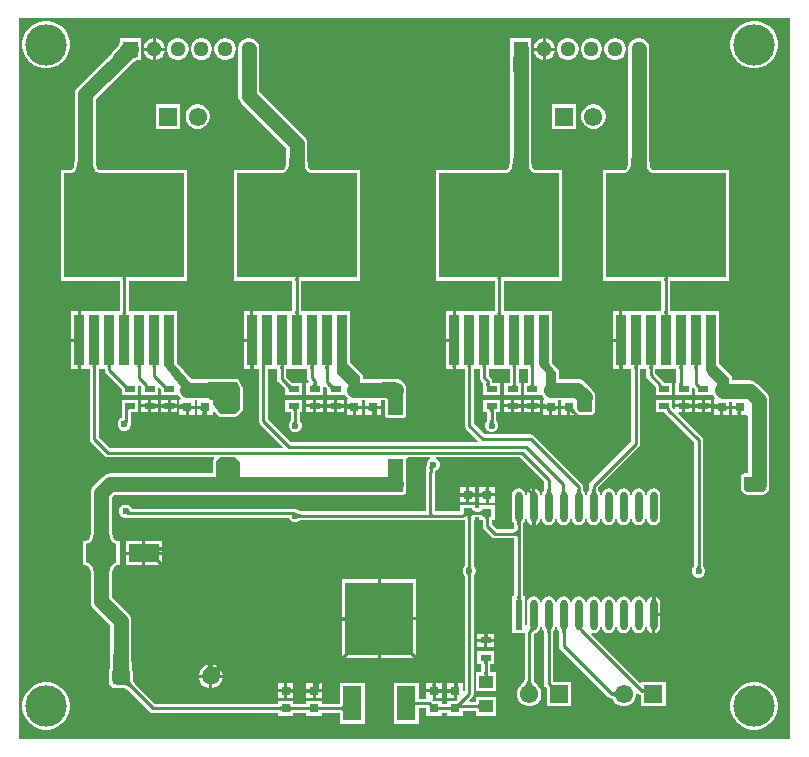
<source format=gtl>
G04*
G04 #@! TF.GenerationSoftware,Altium Limited,Altium Designer,22.9.1 (49)*
G04*
G04 Layer_Physical_Order=1*
G04 Layer_Color=255*
%FSTAX24Y24*%
%MOIN*%
G70*
G04*
G04 #@! TF.SameCoordinates,2FAE9610-6970-4823-A7E0-823FAA2A8A52*
G04*
G04*
G04 #@! TF.FilePolarity,Positive*
G04*
G01*
G75*
%ADD15C,0.0100*%
%ADD16R,0.0472X0.0433*%
%ADD17R,0.0354X0.0217*%
%ADD18R,0.0315X0.0315*%
%ADD19R,0.2283X0.2441*%
%ADD20R,0.0630X0.1181*%
%ADD21R,0.1024X0.0630*%
%ADD22R,0.3996X0.3504*%
%ADD23R,0.0335X0.1713*%
G04:AMPARAMS|DCode=24|XSize=102.5mil|YSize=24.5mil|CornerRadius=12.2mil|HoleSize=0mil|Usage=FLASHONLY|Rotation=90.000|XOffset=0mil|YOffset=0mil|HoleType=Round|Shape=RoundedRectangle|*
%AMROUNDEDRECTD24*
21,1,0.1025,0.0000,0,0,90.0*
21,1,0.0780,0.0245,0,0,90.0*
1,1,0.0245,0.0000,0.0390*
1,1,0.0245,0.0000,-0.0390*
1,1,0.0245,0.0000,-0.0390*
1,1,0.0245,0.0000,0.0390*
%
%ADD24ROUNDEDRECTD24*%
%ADD25R,0.0245X0.1025*%
%ADD36C,0.0610*%
%ADD37R,0.0610X0.0610*%
%ADD41C,0.0500*%
%ADD42C,0.0512*%
%ADD43R,0.0512X0.0512*%
%ADD44C,0.1380*%
G04:AMPARAMS|DCode=45|XSize=59.1mil|YSize=59.1mil|CornerRadius=14.8mil|HoleSize=0mil|Usage=FLASHONLY|Rotation=0.000|XOffset=0mil|YOffset=0mil|HoleType=Round|Shape=RoundedRectangle|*
%AMROUNDEDRECTD45*
21,1,0.0591,0.0295,0,0,0.0*
21,1,0.0295,0.0591,0,0,0.0*
1,1,0.0295,0.0148,-0.0148*
1,1,0.0295,-0.0148,-0.0148*
1,1,0.0295,-0.0148,0.0148*
1,1,0.0295,0.0148,0.0148*
%
%ADD45ROUNDEDRECTD45*%
%ADD46C,0.0591*%
%ADD47C,0.0236*%
G36*
X025847Y000153D02*
X000153D01*
Y024197D01*
X025847D01*
Y000153D01*
D02*
G37*
%LPC*%
G36*
X0177Y023505D02*
Y0232D01*
X018005D01*
X017982Y023287D01*
X017935Y023369D01*
X017869Y023435D01*
X017788Y023482D01*
X0177Y023505D01*
D02*
G37*
G36*
X0047D02*
Y0232D01*
X005005D01*
X004982Y023287D01*
X004935Y023369D01*
X004869Y023435D01*
X004788Y023482D01*
X0047Y023505D01*
D02*
G37*
G36*
X0176D02*
X017513Y023482D01*
X017432Y023435D01*
X017366Y023369D01*
X017319Y023287D01*
X017295Y0232D01*
X0176D01*
Y023505D01*
D02*
G37*
G36*
X0046D02*
X004513Y023482D01*
X004432Y023435D01*
X004366Y023369D01*
X004319Y023287D01*
X004295Y0232D01*
X0046D01*
Y023505D01*
D02*
G37*
G36*
X018005Y0231D02*
X0177D01*
Y022795D01*
X017788Y022818D01*
X017869Y022865D01*
X017935Y022931D01*
X017982Y023013D01*
X018005Y0231D01*
D02*
G37*
G36*
X005005D02*
X0047D01*
Y022795D01*
X004788Y022818D01*
X004869Y022865D01*
X004935Y022931D01*
X004982Y023013D01*
X005005Y0231D01*
D02*
G37*
G36*
X0176D02*
X017295D01*
X017319Y023013D01*
X017366Y022931D01*
X017432Y022865D01*
X017513Y022818D01*
X0176Y022795D01*
Y0231D01*
D02*
G37*
G36*
X0046D02*
X004295D01*
X004319Y023013D01*
X004366Y022931D01*
X004432Y022865D01*
X004513Y022818D01*
X0046Y022795D01*
Y0231D01*
D02*
G37*
G36*
X020059Y023506D02*
X019966D01*
X019875Y023482D01*
X019794Y023435D01*
X019728Y023369D01*
X019681Y023287D01*
X019657Y023197D01*
Y023103D01*
X019681Y023013D01*
X019728Y022931D01*
X019794Y022865D01*
X019875Y022818D01*
X019966Y022794D01*
X020059D01*
X02015Y022818D01*
X020231Y022865D01*
X020297Y022931D01*
X020344Y023013D01*
X020368Y023103D01*
Y023197D01*
X020344Y023287D01*
X020297Y023369D01*
X020231Y023435D01*
X02015Y023482D01*
X020059Y023506D01*
D02*
G37*
G36*
X019272D02*
X019178D01*
X019088Y023482D01*
X019007Y023435D01*
X01894Y023369D01*
X018894Y023287D01*
X018869Y023197D01*
Y023103D01*
X018894Y023013D01*
X01894Y022931D01*
X019007Y022865D01*
X019088Y022818D01*
X019178Y022794D01*
X019272D01*
X019363Y022818D01*
X019444Y022865D01*
X01951Y022931D01*
X019557Y023013D01*
X019581Y023103D01*
Y023197D01*
X019557Y023287D01*
X01951Y023369D01*
X019444Y023435D01*
X019363Y023482D01*
X019272Y023506D01*
D02*
G37*
G36*
X018485D02*
X018391D01*
X0183Y023482D01*
X018219Y023435D01*
X018153Y023369D01*
X018106Y023287D01*
X018082Y023197D01*
Y023103D01*
X018106Y023013D01*
X018153Y022931D01*
X018219Y022865D01*
X0183Y022818D01*
X018391Y022794D01*
X018485D01*
X018575Y022818D01*
X018656Y022865D01*
X018723Y022931D01*
X018769Y023013D01*
X018794Y023103D01*
Y023197D01*
X018769Y023287D01*
X018723Y023369D01*
X018656Y023435D01*
X018575Y023482D01*
X018485Y023506D01*
D02*
G37*
G36*
X007059D02*
X006966D01*
X006875Y023482D01*
X006794Y023435D01*
X006728Y023369D01*
X006681Y023287D01*
X006657Y023197D01*
Y023103D01*
X006681Y023013D01*
X006728Y022931D01*
X006794Y022865D01*
X006875Y022818D01*
X006966Y022794D01*
X007059D01*
X00715Y022818D01*
X007231Y022865D01*
X007297Y022931D01*
X007344Y023013D01*
X007369Y023103D01*
Y023197D01*
X007344Y023287D01*
X007297Y023369D01*
X007231Y023435D01*
X00715Y023482D01*
X007059Y023506D01*
D02*
G37*
G36*
X006272D02*
X006178D01*
X006088Y023482D01*
X006007Y023435D01*
X00594Y023369D01*
X005894Y023287D01*
X005869Y023197D01*
Y023103D01*
X005894Y023013D01*
X00594Y022931D01*
X006007Y022865D01*
X006088Y022818D01*
X006178Y022794D01*
X006272D01*
X006363Y022818D01*
X006444Y022865D01*
X00651Y022931D01*
X006557Y023013D01*
X006581Y023103D01*
Y023197D01*
X006557Y023287D01*
X00651Y023369D01*
X006444Y023435D01*
X006363Y023482D01*
X006272Y023506D01*
D02*
G37*
G36*
X005485D02*
X005391D01*
X0053Y023482D01*
X005219Y023435D01*
X005153Y023369D01*
X005106Y023287D01*
X005082Y023197D01*
Y023103D01*
X005106Y023013D01*
X005153Y022931D01*
X005219Y022865D01*
X0053Y022818D01*
X005391Y022794D01*
X005485D01*
X005575Y022818D01*
X005656Y022865D01*
X005723Y022931D01*
X005769Y023013D01*
X005794Y023103D01*
Y023197D01*
X005769Y023287D01*
X005723Y023369D01*
X005656Y023435D01*
X005575Y023482D01*
X005485Y023506D01*
D02*
G37*
G36*
X024728Y02409D02*
X024572D01*
X02442Y02406D01*
X024276Y024D01*
X024146Y023914D01*
X024036Y023804D01*
X02395Y023674D01*
X02389Y02353D01*
X02386Y023378D01*
Y023222D01*
X02389Y02307D01*
X02395Y022926D01*
X024036Y022796D01*
X024146Y022686D01*
X024276Y0226D01*
X02442Y02254D01*
X024572Y02251D01*
X024728D01*
X02488Y02254D01*
X025024Y0226D01*
X025154Y022686D01*
X025264Y022796D01*
X02535Y022926D01*
X02541Y02307D01*
X02544Y023222D01*
Y023378D01*
X02541Y02353D01*
X02535Y023674D01*
X025264Y023804D01*
X025154Y023914D01*
X025024Y024D01*
X02488Y02406D01*
X024728Y02409D01*
D02*
G37*
G36*
X001128D02*
X000972D01*
X00082Y02406D01*
X000676Y024D01*
X000546Y023914D01*
X000436Y023804D01*
X00035Y023674D01*
X00029Y02353D01*
X00026Y023378D01*
Y023222D01*
X00029Y02307D01*
X00035Y022926D01*
X000436Y022796D01*
X000546Y022686D01*
X000676Y0226D01*
X00082Y02254D01*
X000972Y02251D01*
X001128D01*
X00128Y02254D01*
X001424Y0226D01*
X001554Y022686D01*
X001664Y022796D01*
X00175Y022926D01*
X00181Y02307D01*
X00184Y023222D01*
Y023378D01*
X00181Y02353D01*
X00175Y023674D01*
X001664Y023804D01*
X001554Y023914D01*
X001424Y024D01*
X00128Y02406D01*
X001128Y02409D01*
D02*
G37*
G36*
X019345Y021305D02*
X019239D01*
X019136Y021278D01*
X019043Y021224D01*
X018968Y021149D01*
X018915Y021056D01*
X018887Y020953D01*
Y020847D01*
X018915Y020744D01*
X018968Y020651D01*
X019043Y020576D01*
X019136Y020522D01*
X019239Y020495D01*
X019345D01*
X019448Y020522D01*
X019541Y020576D01*
X019616Y020651D01*
X01967Y020744D01*
X019697Y020847D01*
Y020953D01*
X01967Y021056D01*
X019616Y021149D01*
X019541Y021224D01*
X019448Y021278D01*
X019345Y021305D01*
D02*
G37*
G36*
X018713D02*
X017903D01*
Y020495D01*
X018713D01*
Y021305D01*
D02*
G37*
G36*
X006153D02*
X006047D01*
X005944Y021278D01*
X005851Y021224D01*
X005776Y021149D01*
X005722Y021056D01*
X005695Y020953D01*
Y020847D01*
X005722Y020744D01*
X005776Y020651D01*
X005851Y020576D01*
X005944Y020522D01*
X006047Y020495D01*
X006153D01*
X006256Y020522D01*
X006349Y020576D01*
X006424Y020651D01*
X006478Y020744D01*
X006505Y020847D01*
Y020953D01*
X006478Y021056D01*
X006424Y021149D01*
X006349Y021224D01*
X006256Y021278D01*
X006153Y021305D01*
D02*
G37*
G36*
X005521D02*
X004711D01*
Y020495D01*
X005521D01*
Y021305D01*
D02*
G37*
G36*
X02015Y014406D02*
X019933D01*
Y0135D01*
X02015D01*
Y014406D01*
D02*
G37*
G36*
X0146D02*
X014383D01*
Y0135D01*
X0146D01*
Y014406D01*
D02*
G37*
G36*
X00785D02*
X007633D01*
Y0135D01*
X00785D01*
Y014406D01*
D02*
G37*
G36*
X0021D02*
X001883D01*
Y0135D01*
X0021D01*
Y014406D01*
D02*
G37*
G36*
X02015Y0134D02*
X019933D01*
Y012494D01*
X02015D01*
Y012495D01*
D01*
X02015Y012514D01*
X020148Y012531D01*
X020145Y012547D01*
X020142Y01256D01*
X020138Y012571D01*
X020132Y01258D01*
X020126Y012587D01*
X020118Y012592D01*
X02011Y012595D01*
X0201Y012596D01*
X02015D01*
Y0134D01*
D02*
G37*
G36*
X0146D02*
X014383D01*
Y012494D01*
X0146D01*
Y012495D01*
D01*
X014599Y012514D01*
X014598Y012531D01*
X014596Y012547D01*
X014592Y01256D01*
X014588Y012571D01*
X014582Y01258D01*
X014576Y012587D01*
X014568Y012592D01*
X01456Y012595D01*
X01455Y012596D01*
X0146D01*
Y0134D01*
D02*
G37*
G36*
X00785D02*
X007633D01*
Y012494D01*
X00785D01*
Y012495D01*
D01*
X00785Y012514D01*
X007848Y012531D01*
X007846Y012547D01*
X007842Y01256D01*
X007837Y012571D01*
X007832Y01258D01*
X007825Y012587D01*
X007818Y012592D01*
X00781Y012595D01*
X0078Y012596D01*
X00785D01*
Y0134D01*
D02*
G37*
G36*
X0021D02*
X001883D01*
Y012494D01*
X0021D01*
Y012495D01*
D01*
X0021Y012514D01*
X002098Y012531D01*
X002095Y012547D01*
X002092Y01256D01*
X002087Y012571D01*
X002082Y01258D01*
X002076Y012587D01*
X002068Y012592D01*
X00206Y012595D01*
X00205Y012596D01*
X0021D01*
Y0134D01*
D02*
G37*
G36*
X023227Y011462D02*
X023D01*
Y011304D01*
X023125D01*
Y011354D01*
X023126Y011344D01*
X023129Y011336D01*
X023134Y011328D01*
X023141Y011322D01*
X02315Y011316D01*
X023161Y011312D01*
X023174Y011308D01*
X02319Y011306D01*
X023207Y011304D01*
X023226Y011304D01*
X023227D01*
Y011462D01*
D02*
G37*
G36*
X0229D02*
X022673D01*
Y011304D01*
X022674D01*
X022693Y011304D01*
X02271Y011306D01*
X022726Y011308D01*
X022739Y011312D01*
X02275Y011316D01*
X022759Y011322D01*
X022766Y011328D01*
X022771Y011336D01*
X022774Y011344D01*
X022775Y011354D01*
Y011304D01*
X0229D01*
Y011462D01*
D02*
G37*
G36*
X022577D02*
X02235D01*
Y011304D01*
X022475D01*
Y011354D01*
X022476Y011344D01*
X022479Y011336D01*
X022484Y011328D01*
X022491Y011322D01*
X0225Y011316D01*
X022511Y011312D01*
X022524Y011308D01*
X02254Y011306D01*
X022557Y011304D01*
X022576Y011304D01*
X022577D01*
Y011462D01*
D02*
G37*
G36*
X02225D02*
X022023D01*
Y011304D01*
X02225D01*
Y011462D01*
D02*
G37*
G36*
X017527D02*
X0173D01*
Y011304D01*
X017425D01*
Y011354D01*
X017426Y011344D01*
X017429Y011336D01*
X017434Y011328D01*
X017441Y011322D01*
X01745Y011316D01*
X017461Y011312D01*
X017474Y011308D01*
X01749Y011306D01*
X017507Y011304D01*
X017526Y011304D01*
X017527D01*
Y011462D01*
D02*
G37*
G36*
X0172D02*
X016973D01*
Y011304D01*
X016974D01*
X016993Y011304D01*
X01701Y011306D01*
X017026Y011308D01*
X017039Y011312D01*
X01705Y011316D01*
X017059Y011322D01*
X017066Y011328D01*
X017071Y011336D01*
X017074Y011344D01*
X017075Y011354D01*
Y011304D01*
X0172D01*
Y011462D01*
D02*
G37*
G36*
X016877D02*
X01665D01*
Y011304D01*
X016775D01*
Y011354D01*
X016776Y011344D01*
X016779Y011336D01*
X016784Y011328D01*
X016791Y011322D01*
X0168Y011316D01*
X016811Y011312D01*
X016824Y011308D01*
X01684Y011306D01*
X016857Y011304D01*
X016876Y011304D01*
X016877D01*
Y011462D01*
D02*
G37*
G36*
X01655D02*
X016323D01*
Y011304D01*
X01655D01*
Y011462D01*
D02*
G37*
G36*
X010977D02*
X01075D01*
Y011304D01*
X010875D01*
Y011354D01*
X010876Y011344D01*
X010879Y011336D01*
X010884Y011328D01*
X010891Y011322D01*
X0109Y011316D01*
X010911Y011312D01*
X010924Y011308D01*
X01094Y011306D01*
X010957Y011304D01*
X010976Y011304D01*
X010977D01*
Y011462D01*
D02*
G37*
G36*
X01065D02*
X010423D01*
Y011304D01*
X010424D01*
X010443Y011304D01*
X01046Y011306D01*
X010476Y011308D01*
X010489Y011312D01*
X0105Y011316D01*
X010509Y011322D01*
X010516Y011328D01*
X010521Y011336D01*
X010524Y011344D01*
X010525Y011354D01*
Y011304D01*
X01065D01*
Y011462D01*
D02*
G37*
G36*
X010277D02*
X01005D01*
Y011304D01*
X010175D01*
Y011354D01*
X010176Y011344D01*
X010179Y011336D01*
X010184Y011328D01*
X010191Y011322D01*
X0102Y011316D01*
X010211Y011312D01*
X010224Y011308D01*
X01024Y011306D01*
X010257Y011304D01*
X010276Y011304D01*
X010277D01*
Y011462D01*
D02*
G37*
G36*
X00995D02*
X009723D01*
Y011304D01*
X00995D01*
Y011462D01*
D02*
G37*
G36*
X005427D02*
X0052D01*
Y011304D01*
X005325D01*
Y011354D01*
X005326Y011344D01*
X005329Y011336D01*
X005334Y011328D01*
X005341Y011322D01*
X00535Y011316D01*
X005361Y011312D01*
X005374Y011308D01*
X00539Y011306D01*
X005407Y011304D01*
X005426Y011304D01*
X005427D01*
Y011462D01*
D02*
G37*
G36*
X0051D02*
X004873D01*
Y011304D01*
X004874D01*
X004893Y011304D01*
X00491Y011306D01*
X004926Y011308D01*
X004939Y011312D01*
X00495Y011316D01*
X004959Y011322D01*
X004966Y011328D01*
X004971Y011336D01*
X004974Y011344D01*
X004975Y011354D01*
Y011304D01*
X0051D01*
Y011462D01*
D02*
G37*
G36*
X004777D02*
X00455D01*
Y011304D01*
X004675D01*
Y011354D01*
X004676Y011344D01*
X004679Y011336D01*
X004684Y011328D01*
X004691Y011322D01*
X0047Y011316D01*
X004711Y011312D01*
X004724Y011308D01*
X00474Y011306D01*
X004757Y011304D01*
X004776Y011304D01*
X004777D01*
Y011462D01*
D02*
G37*
G36*
X00445D02*
X004223D01*
Y011304D01*
X00445D01*
Y011462D01*
D02*
G37*
G36*
X02352Y011156D02*
X023415D01*
Y011154D01*
X023415Y011156D01*
X023313D01*
Y010948D01*
X02352D01*
Y011156D01*
D02*
G37*
G36*
X023227Y011204D02*
X023226D01*
X023207Y011203D01*
X02319Y011202D01*
X023174Y011199D01*
X023161Y011196D01*
X02315Y011191D01*
X023141Y011186D01*
X023134Y011179D01*
X023129Y011172D01*
X023126Y011163D01*
X023125Y011154D01*
Y011204D01*
X023D01*
Y011045D01*
X023227D01*
Y011204D01*
D02*
G37*
G36*
X0229D02*
X022775D01*
Y011154D01*
X022774Y011163D01*
X022771Y011172D01*
X022766Y011179D01*
X022759Y011186D01*
X02275Y011191D01*
X022739Y011196D01*
X022726Y011199D01*
X02271Y011202D01*
X022693Y011203D01*
X022674Y011204D01*
X022673D01*
Y011045D01*
X0229D01*
Y011204D01*
D02*
G37*
G36*
X022577D02*
X022576D01*
X022557Y011203D01*
X02254Y011202D01*
X022524Y011199D01*
X022511Y011196D01*
X0225Y011191D01*
X022491Y011186D01*
X022484Y011179D01*
X022479Y011172D01*
X022476Y011163D01*
X022475Y011154D01*
Y011204D01*
X02235D01*
Y011045D01*
X022577D01*
Y011204D01*
D02*
G37*
G36*
X01782Y011156D02*
X017715D01*
Y011154D01*
X017715Y011156D01*
X017613D01*
Y010948D01*
X01782D01*
Y011156D01*
D02*
G37*
G36*
X017527Y011204D02*
X017526D01*
X017507Y011203D01*
X01749Y011202D01*
X017474Y011199D01*
X017461Y011196D01*
X01745Y011191D01*
X017441Y011186D01*
X017434Y011179D01*
X017429Y011172D01*
X017426Y011163D01*
X017425Y011154D01*
Y011204D01*
X0173D01*
Y011045D01*
X017527D01*
Y011204D01*
D02*
G37*
G36*
X0172D02*
X017075D01*
Y011154D01*
X017074Y011163D01*
X017071Y011172D01*
X017066Y011179D01*
X017059Y011186D01*
X01705Y011191D01*
X017039Y011196D01*
X017026Y011199D01*
X01701Y011202D01*
X016993Y011203D01*
X016974Y011204D01*
X016973D01*
Y011045D01*
X0172D01*
Y011204D01*
D02*
G37*
G36*
X016877D02*
X016876D01*
X016857Y011203D01*
X01684Y011202D01*
X016824Y011199D01*
X016811Y011196D01*
X0168Y011191D01*
X016791Y011186D01*
X016784Y011179D01*
X016779Y011172D01*
X016776Y011163D01*
X016775Y011154D01*
Y011204D01*
X01665D01*
Y011045D01*
X016877D01*
Y011204D01*
D02*
G37*
G36*
X01127Y011156D02*
X011165D01*
Y011154D01*
X011165Y011156D01*
X011063D01*
Y010948D01*
X01127D01*
Y011156D01*
D02*
G37*
G36*
X010977Y011204D02*
X010976D01*
X010957Y011203D01*
X01094Y011202D01*
X010924Y011199D01*
X010911Y011196D01*
X0109Y011191D01*
X010891Y011186D01*
X010884Y011179D01*
X010879Y011172D01*
X010876Y011163D01*
X010875Y011154D01*
Y011204D01*
X01075D01*
Y011045D01*
X010977D01*
Y011204D01*
D02*
G37*
G36*
X01065D02*
X010525D01*
Y011154D01*
X010524Y011163D01*
X010521Y011172D01*
X010516Y011179D01*
X010509Y011186D01*
X0105Y011191D01*
X010489Y011196D01*
X010476Y011199D01*
X01046Y011202D01*
X010443Y011203D01*
X010424Y011204D01*
X010423D01*
Y011045D01*
X01065D01*
Y011204D01*
D02*
G37*
G36*
X010277D02*
X010276D01*
X010257Y011203D01*
X01024Y011202D01*
X010224Y011199D01*
X010211Y011196D01*
X0102Y011191D01*
X010191Y011186D01*
X010184Y011179D01*
X010179Y011172D01*
X010176Y011163D01*
X010175Y011154D01*
Y011204D01*
X01005D01*
Y011045D01*
X010277D01*
Y011204D01*
D02*
G37*
G36*
X0057Y011156D02*
X005595D01*
Y011154D01*
X005595Y011156D01*
X005493D01*
Y010948D01*
X0057D01*
Y011156D01*
D02*
G37*
G36*
X005427Y011204D02*
X005426D01*
X005407Y011203D01*
X00539Y011202D01*
X005374Y011199D01*
X005361Y011196D01*
X00535Y011191D01*
X005341Y011186D01*
X005334Y011179D01*
X005329Y011172D01*
X005326Y011163D01*
X005325Y011154D01*
Y011204D01*
X0052D01*
Y011045D01*
X005427D01*
Y011204D01*
D02*
G37*
G36*
X0051D02*
X004975D01*
Y011154D01*
X004974Y011163D01*
X004971Y011172D01*
X004966Y011179D01*
X004959Y011186D01*
X00495Y011191D01*
X004939Y011196D01*
X004926Y011199D01*
X00491Y011202D01*
X004893Y011203D01*
X004874Y011204D01*
X004873D01*
Y011045D01*
X0051D01*
Y011204D01*
D02*
G37*
G36*
X004777D02*
X004776D01*
X004757Y011203D01*
X00474Y011202D01*
X004724Y011199D01*
X004711Y011196D01*
X0047Y011191D01*
X004691Y011186D01*
X004684Y011179D01*
X004679Y011172D01*
X004676Y011163D01*
X004675Y011154D01*
Y011204D01*
X00455D01*
Y011045D01*
X004777D01*
Y011204D01*
D02*
G37*
G36*
X02412Y011156D02*
X024015D01*
Y011106D01*
X024014Y011115D01*
X024011Y011124D01*
X024006Y011131D01*
X023999Y011138D01*
X02399Y011143D01*
X023978Y011148D01*
X023965Y011151D01*
X02395Y011154D01*
X023933Y011155D01*
X023914Y011156D01*
X023913D01*
Y010948D01*
X02412D01*
Y01095D01*
X0241D01*
X0241Y010969D01*
X024098Y010986D01*
X024095Y011001D01*
X024092Y011014D01*
X024088Y011026D01*
X024082Y011035D01*
X024076Y011042D01*
X024068Y011047D01*
X02406Y01105D01*
X02405Y011051D01*
X02412D01*
Y011156D01*
D02*
G37*
G36*
X023827D02*
X023826D01*
X023807Y011155D01*
X02379Y011154D01*
X023775Y011151D01*
X023762Y011148D01*
X023751Y011143D01*
X023742Y011138D01*
X023735Y011131D01*
X02373Y011124D01*
X023727Y011115D01*
X023726Y011106D01*
Y011156D01*
X02362D01*
Y010948D01*
X023827D01*
Y011156D01*
D02*
G37*
G36*
X01842D02*
X018315D01*
Y011106D01*
X018314Y011115D01*
X018311Y011124D01*
X018306Y011131D01*
X018299Y011138D01*
X01829Y011143D01*
X018278Y011148D01*
X018265Y011151D01*
X01825Y011154D01*
X018233Y011155D01*
X018214Y011156D01*
X018213D01*
Y010948D01*
X01842D01*
Y011156D01*
D02*
G37*
G36*
X018127D02*
X018126D01*
X018107Y011155D01*
X01809Y011154D01*
X018075Y011151D01*
X018062Y011148D01*
X018051Y011143D01*
X018042Y011138D01*
X018035Y011131D01*
X01803Y011124D01*
X018027Y011115D01*
X018026Y011106D01*
Y011156D01*
X01792D01*
Y010948D01*
X018127D01*
Y011156D01*
D02*
G37*
G36*
X0119D02*
X011795D01*
Y011106D01*
X011794Y011115D01*
X011791Y011124D01*
X011786Y011131D01*
X011779Y011138D01*
X01177Y011143D01*
X011758Y011148D01*
X011745Y011151D01*
X01173Y011154D01*
X011713Y011155D01*
X011694Y011156D01*
X011693D01*
Y010948D01*
X0119D01*
Y011156D01*
D02*
G37*
G36*
X011577D02*
X011576D01*
X011557Y011155D01*
X01154Y011154D01*
X011525Y011151D01*
X011512Y011148D01*
X011501Y011143D01*
X011492Y011138D01*
X011485Y011131D01*
X01148Y011124D01*
X011477Y011115D01*
X011476Y011106D01*
Y011156D01*
X01137D01*
Y010948D01*
X011577D01*
Y011156D01*
D02*
G37*
G36*
X0063D02*
X006195D01*
Y011106D01*
X006194Y011115D01*
X006191Y011124D01*
X006186Y011131D01*
X006179Y011138D01*
X00617Y011143D01*
X006158Y011148D01*
X006145Y011151D01*
X00613Y011154D01*
X006113Y011155D01*
X006094Y011156D01*
X006093D01*
Y010948D01*
X0063D01*
Y01095D01*
X00625D01*
X006249Y010969D01*
X006248Y010986D01*
X006245Y011001D01*
X006242Y011014D01*
X006237Y011026D01*
X006232Y011035D01*
X006226Y011042D01*
X006218Y011047D01*
X006209Y01105D01*
X0062Y011051D01*
X0063D01*
Y011156D01*
D02*
G37*
G36*
X006007D02*
X006006D01*
X005987Y011155D01*
X00597Y011154D01*
X005955Y011151D01*
X005942Y011148D01*
X005931Y011143D01*
X005922Y011138D01*
X005915Y011131D01*
X00591Y011124D01*
X005907Y011115D01*
X005906Y011106D01*
Y011156D01*
X0058D01*
Y010948D01*
X006007D01*
Y011156D01*
D02*
G37*
G36*
X01655Y011204D02*
X016323D01*
Y011045D01*
X01655D01*
Y011204D01*
D02*
G37*
G36*
X00995D02*
X009723D01*
Y011045D01*
X00995D01*
Y011204D01*
D02*
G37*
G36*
X00445D02*
X004223D01*
Y011045D01*
X00445D01*
Y011204D01*
D02*
G37*
G36*
X012207Y011156D02*
X012D01*
Y011051D01*
X0121D01*
X012091Y01105D01*
X012082Y011047D01*
X012075Y011042D01*
X012068Y011035D01*
X012062Y011026D01*
X012058Y011014D01*
X012055Y011001D01*
X012052Y010986D01*
X01205Y010969D01*
X01205Y01095D01*
X012D01*
Y010948D01*
X012207D01*
Y011156D01*
D02*
G37*
G36*
X004127Y011462D02*
X003573D01*
Y01121D01*
X00357Y011195D01*
Y010853D01*
X003526Y010835D01*
X003465Y010774D01*
X003432Y010693D01*
Y010607D01*
X003465Y010526D01*
X003526Y010465D01*
X003607Y010432D01*
X003693D01*
X003774Y010465D01*
X003835Y010526D01*
X003868Y010607D01*
Y010684D01*
X003876Y010723D01*
Y011045D01*
X004127D01*
Y011462D01*
D02*
G37*
G36*
X016177D02*
X015623D01*
Y011045D01*
X015747D01*
Y010764D01*
X015747Y010762D01*
X015746Y010759D01*
X015746Y010757D01*
X015745Y010756D01*
X015745Y010756D01*
X015743Y010754D01*
X015738Y010747D01*
X015715Y010724D01*
X015682Y010643D01*
Y010557D01*
X015715Y010476D01*
X015776Y010415D01*
X015857Y010382D01*
X015943D01*
X016024Y010415D01*
X016085Y010476D01*
X016118Y010557D01*
Y010643D01*
X016085Y010724D01*
X016062Y010747D01*
X016057Y010754D01*
X016055Y010756D01*
X016055Y010756D01*
X016054Y010757D01*
X016054Y010759D01*
X016053Y010762D01*
X016053Y010764D01*
Y011045D01*
X016177D01*
Y011462D01*
D02*
G37*
G36*
X009577D02*
X009023D01*
Y011045D01*
X009197D01*
Y010764D01*
X009197Y010762D01*
X009196Y010759D01*
X009196Y010757D01*
X009195Y010756D01*
X009195Y010756D01*
X009193Y010754D01*
X009188Y010747D01*
X009165Y010724D01*
X009132Y010643D01*
Y010557D01*
X009165Y010476D01*
X009226Y010415D01*
X009307Y010382D01*
X009393D01*
X009474Y010415D01*
X009535Y010476D01*
X009568Y010557D01*
Y010643D01*
X009535Y010724D01*
X009512Y010747D01*
X009507Y010754D01*
X009505Y010756D01*
X009505Y010756D01*
X009504Y010757D01*
X009504Y010759D01*
X009503Y010762D01*
X009503Y010764D01*
Y011045D01*
X009577D01*
Y011462D01*
D02*
G37*
G36*
X015357Y008557D02*
X01515D01*
Y00835D01*
X015255D01*
Y0084D01*
X015256Y00839D01*
X015259Y008382D01*
X015264Y008375D01*
X015271Y008368D01*
X01528Y008363D01*
X015292Y008358D01*
X015305Y008354D01*
X01532Y008352D01*
X015337Y00835D01*
X015356Y00835D01*
X015357D01*
Y008557D01*
D02*
G37*
G36*
X01505D02*
X014843D01*
Y00835D01*
X014844D01*
D01*
X014863Y00835D01*
X01488Y008352D01*
X014895Y008354D01*
X014908Y008358D01*
X014919Y008363D01*
X014928Y008368D01*
X014935Y008375D01*
X01494Y008382D01*
X014943Y00839D01*
X014944Y0084D01*
Y00835D01*
X01505D01*
Y008557D01*
D02*
G37*
G36*
X016007Y008548D02*
X0158D01*
Y008547D01*
X0158D01*
X0158Y008528D01*
X015802Y00851D01*
X015805Y008495D01*
X015808Y008482D01*
X015812Y008471D01*
X015818Y008462D01*
X015825Y008455D01*
X015832Y00845D01*
X015841Y008447D01*
X01585Y008446D01*
X0158D01*
Y008341D01*
X016007D01*
Y008548D01*
D02*
G37*
G36*
X0157D02*
X015493D01*
Y008341D01*
X015494D01*
Y00835D01*
X015513Y00835D01*
X01553Y008352D01*
X015545Y008354D01*
X015558Y008358D01*
X015569Y008363D01*
X015578Y008368D01*
X015585Y008375D01*
X01559Y008382D01*
X015593Y00839D01*
X015594Y0084D01*
Y008341D01*
X0157D01*
Y008446D01*
X01565D01*
X01566Y008447D01*
X015668Y00845D01*
X015675Y008455D01*
X015682Y008462D01*
X015688Y008471D01*
X015692Y008482D01*
X015696Y008495D01*
X015698Y00851D01*
X015699Y008528D01*
X0157Y008547D01*
Y008548D01*
D02*
G37*
G36*
X003608Y023507D02*
X003604Y023506D01*
X003507D01*
Y023416D01*
X003507Y023416D01*
X003504Y023391D01*
X003498Y023369D01*
X003485Y023338D01*
X003464Y023301D01*
X003436Y023257D01*
X003401Y02321D01*
X003247Y023033D01*
X003247Y023033D01*
X0021Y021887D01*
X002044Y021814D01*
X002009Y021728D01*
X001997Y021637D01*
Y019481D01*
X001996Y01943D01*
X001989Y019353D01*
X001978Y019286D01*
X001963Y019232D01*
X001946Y019191D01*
X001928Y019162D01*
X001911Y019143D01*
X001894Y019132D01*
X001875Y019125D01*
X001839Y019121D01*
X001839Y019121D01*
X001552D01*
Y015417D01*
X003497D01*
Y014406D01*
X0022D01*
Y01345D01*
Y012596D01*
X00225D01*
X002241Y012595D01*
X002232Y012592D01*
X002225Y012587D01*
X002218Y01258D01*
X002212Y012571D01*
X002208Y01256D01*
X002204Y012547D01*
X002202Y012531D01*
X002201Y012514D01*
X0022Y012495D01*
Y012494D01*
X002497D01*
Y01015D01*
X002509Y010091D01*
X002542Y010042D01*
X002992Y009592D01*
X003041Y009559D01*
X0031Y009547D01*
X006638D01*
X006657Y009501D01*
X006628Y009472D01*
X006606Y009439D01*
X006598Y0094D01*
Y009003D01*
X003184D01*
X003093Y008991D01*
X003008Y008956D01*
X002935Y0089D01*
X002642Y008607D01*
X002586Y008534D01*
X00255Y008448D01*
X002538Y008357D01*
Y007125D01*
X002537Y007075D01*
X00253Y006997D01*
X002519Y00693D01*
X002505Y006876D01*
X002488Y006835D01*
X00247Y006806D01*
X002452Y006787D01*
X002435Y006776D01*
X002416Y006769D01*
X002381Y006765D01*
X00238Y006765D01*
X00228D01*
Y005935D01*
X00239D01*
X002416Y005932D01*
X002435Y005926D01*
X002452Y005914D01*
X00247Y005895D01*
X002488Y005866D01*
X002505Y005824D01*
X002519Y00577D01*
X00253Y005704D01*
X002537Y005626D01*
X002538Y005575D01*
Y004737D01*
X00255Y004645D01*
X002586Y00456D01*
X002642Y004487D01*
X003181Y003948D01*
Y002929D01*
X003176Y002614D01*
X00317Y002532D01*
X003167Y002509D01*
X003166Y002502D01*
X003165Y0025D01*
X003153Y002483D01*
X003134Y002386D01*
Y002091D01*
X003153Y001994D01*
X003208Y001912D01*
X00329Y001857D01*
X003387Y001838D01*
X003668D01*
X003692Y001824D01*
X003736Y001794D01*
X003896Y00166D01*
X003907Y001649D01*
X00449Y001067D01*
X004539Y001033D01*
X004598Y001022D01*
X008773D01*
Y000917D01*
X009287D01*
Y001022D01*
X009723D01*
Y000917D01*
X010237D01*
Y001022D01*
X010835D01*
Y000646D01*
X011665D01*
Y002027D01*
X010835D01*
Y001328D01*
X010237D01*
Y001432D01*
X009723D01*
Y001328D01*
X009287D01*
Y001432D01*
X008773D01*
Y001328D01*
X004661D01*
X004123Y001866D01*
X004112Y001877D01*
X004016Y001987D01*
X003979Y002035D01*
X003949Y00208D01*
X003934Y002104D01*
Y002386D01*
X003915Y002483D01*
X00391Y00249D01*
X003887Y002972D01*
Y004094D01*
X003875Y004185D01*
X00384Y00427D01*
X003784Y004343D01*
X003244Y004883D01*
Y005575D01*
X003246Y005626D01*
X003253Y005704D01*
X003264Y00577D01*
X003278Y005824D01*
X003295Y005866D01*
X003313Y005895D01*
X00333Y005914D01*
X003347Y005926D01*
X003367Y005932D01*
X003393Y005935D01*
X003503D01*
Y006765D01*
X003403D01*
X003402Y006765D01*
X003366Y006769D01*
X003347Y006776D01*
X00333Y006787D01*
X003313Y006806D01*
X003295Y006835D01*
X003278Y006876D01*
X003264Y00693D01*
X003253Y006997D01*
X003246Y007075D01*
X003244Y007125D01*
Y008211D01*
X00333Y008297D01*
X0127D01*
X012708Y008298D01*
X01295D01*
X012989Y008306D01*
X013022Y008328D01*
X013044Y008361D01*
X013052Y0084D01*
Y008642D01*
X013053Y00865D01*
X013052Y008658D01*
Y0095D01*
X013094Y009547D01*
X013846D01*
X013856Y009497D01*
X013826Y009485D01*
X013765Y009424D01*
X013732Y009343D01*
Y009281D01*
X013721Y009223D01*
Y009118D01*
X013709Y0091D01*
X013697Y009041D01*
Y007753D01*
X009514D01*
X009512Y007753D01*
X009509Y007754D01*
X009507Y007754D01*
X009506Y007755D01*
X009506Y007755D01*
X009504Y007757D01*
X009497Y007762D01*
X009474Y007785D01*
X009393Y007818D01*
X009324D01*
X009275Y007828D01*
X003904D01*
X003885Y007874D01*
X003824Y007935D01*
X003743Y007968D01*
X003657D01*
X003576Y007935D01*
X003515Y007874D01*
X003482Y007793D01*
Y007707D01*
X003515Y007626D01*
X003576Y007565D01*
X003657Y007532D01*
X003726D01*
X003775Y007522D01*
X009146D01*
X009165Y007476D01*
X009226Y007415D01*
X009307Y007382D01*
X009393D01*
X009474Y007415D01*
X009497Y007438D01*
X009504Y007443D01*
X009506Y007445D01*
X009506Y007445D01*
X009507Y007446D01*
X009509Y007446D01*
X009512Y007447D01*
X009514Y007447D01*
X014934D01*
X014944Y007449D01*
X014993D01*
X014997Y007445D01*
Y005914D01*
X014997Y005912D01*
X014996Y005909D01*
X014996Y005907D01*
X014995Y005906D01*
X014995Y005906D01*
X014993Y005904D01*
X014988Y005897D01*
X014965Y005874D01*
X014932Y005793D01*
Y005707D01*
X014965Y005626D01*
X014988Y005603D01*
X014993Y005596D01*
X014995Y005594D01*
X014995Y005594D01*
X014996Y005593D01*
X014996Y005591D01*
X014997Y005588D01*
X014997Y005586D01*
Y001743D01*
X014987Y001737D01*
X014937Y001764D01*
Y002023D01*
X01473D01*
Y002022D01*
X01475D01*
X01475Y002002D01*
X014752Y001985D01*
X014755Y00197D01*
X014758Y001957D01*
X014763Y001946D01*
X014768Y001937D01*
X014775Y001929D01*
X014782Y001924D01*
X014791Y001921D01*
X0148Y00192D01*
X01473D01*
Y001765D01*
Y001483D01*
X014739Y001461D01*
X014715Y001432D01*
X014423D01*
Y001328D01*
X014237D01*
Y001432D01*
X013945D01*
X013922Y001458D01*
X01393Y00148D01*
Y001715D01*
X013723D01*
Y00154D01*
X013723Y001508D01*
X01368Y00149D01*
X013465D01*
Y002027D01*
X012635D01*
Y000646D01*
X013465D01*
Y001184D01*
X013723D01*
Y000917D01*
X014237D01*
Y001022D01*
X014423D01*
Y000917D01*
X014937D01*
Y001084D01*
X015364D01*
Y00092D01*
X016036D01*
Y001553D01*
X015364D01*
Y00139D01*
X015176D01*
X015157Y001436D01*
X015258Y001537D01*
X015291Y001586D01*
X015303Y001645D01*
Y005586D01*
X015303Y005588D01*
X015304Y005591D01*
X015304Y005593D01*
X015305Y005594D01*
X015305Y005594D01*
X015307Y005596D01*
X015312Y005603D01*
X015335Y005626D01*
X015368Y005707D01*
Y005793D01*
X015335Y005874D01*
X015312Y005897D01*
X015307Y005904D01*
X015305Y005906D01*
X015305Y005906D01*
X015304Y005907D01*
X015304Y005909D01*
X015303Y005912D01*
X015303Y005914D01*
Y007452D01*
X015357D01*
Y007547D01*
X015493D01*
Y007443D01*
X015597D01*
Y00725D01*
X015609Y007191D01*
X015642Y007142D01*
X015892Y006892D01*
X015941Y006859D01*
X016Y006847D01*
X016647D01*
Y004912D01*
X016578D01*
Y003688D01*
X016997D01*
Y002126D01*
X016995Y002117D01*
X01699Y002104D01*
X016983Y002087D01*
X016972Y002068D01*
X016958Y002046D01*
X016941Y002024D01*
X016893Y001969D01*
X016864Y001939D01*
X016859Y001931D01*
X016826Y001899D01*
X016772Y001806D01*
X016745Y001703D01*
Y001597D01*
X016772Y001494D01*
X016826Y001401D01*
X016901Y001326D01*
X016994Y001272D01*
X017097Y001245D01*
X017203D01*
X017306Y001272D01*
X017399Y001326D01*
X017474Y001401D01*
X017528Y001494D01*
X017555Y001597D01*
Y001703D01*
X017528Y001806D01*
X017474Y001899D01*
X017441Y001931D01*
X017436Y001939D01*
X017407Y001969D01*
X017359Y002024D01*
X017342Y002046D01*
X017328Y002068D01*
X017317Y002087D01*
X01731Y002104D01*
X017305Y002117D01*
X017303Y002126D01*
Y003658D01*
X017312Y003666D01*
X01733Y003681D01*
X017336Y003685D01*
X017341Y003688D01*
X017345Y00369D01*
X017347Y003691D01*
X017351Y003692D01*
X017351Y003692D01*
X017352D01*
X017359Y003695D01*
X017387Y003701D01*
X01746Y00375D01*
X01751Y003823D01*
X017525Y003898D01*
X017575D01*
X01759Y003823D01*
X01764Y00375D01*
X017646Y003746D01*
X017647Y003728D01*
Y001984D01*
X017659Y001926D01*
X017692Y001876D01*
X017729Y001839D01*
Y001245D01*
X018539D01*
Y002055D01*
X017953D01*
Y003732D01*
X017954Y003742D01*
X017954Y003745D01*
X01796Y00375D01*
X01801Y003823D01*
X018025Y003898D01*
X018075D01*
X01809Y003823D01*
X01814Y00375D01*
X018146Y003746D01*
X018147Y003728D01*
Y00325D01*
X018159Y003191D01*
X018192Y003142D01*
X019792Y001542D01*
X019841Y001509D01*
X0199Y001497D01*
X019915D01*
X019919Y001497D01*
X019925Y001495D01*
X019929Y001494D01*
X019931Y001493D01*
X019984Y001401D01*
X020059Y001326D01*
X020152Y001272D01*
X020255Y001245D01*
X020361D01*
X020464Y001272D01*
X020557Y001326D01*
X020632Y001401D01*
X020685Y001494D01*
X020713Y001597D01*
Y00165D01*
X020763Y001671D01*
X020787Y001646D01*
X020837Y001613D01*
X020887Y001603D01*
Y001245D01*
X021697D01*
Y002055D01*
X020887D01*
Y002045D01*
X020841Y002025D01*
X019218Y003649D01*
X019242Y003695D01*
X0193Y003683D01*
X019387Y003701D01*
X01946Y00375D01*
X01951Y003823D01*
X019525Y003898D01*
X019575D01*
X01959Y003823D01*
X01964Y00375D01*
X019713Y003701D01*
X0198Y003683D01*
X019887Y003701D01*
X01996Y00375D01*
X02001Y003823D01*
X020025Y003898D01*
X020075D01*
X02009Y003823D01*
X02014Y00375D01*
X020213Y003701D01*
X0203Y003683D01*
X020387Y003701D01*
X02046Y00375D01*
X02051Y003823D01*
X020525Y003898D01*
X020575D01*
X02059Y003823D01*
X02064Y00375D01*
X020713Y003701D01*
X0208Y003683D01*
X020887Y003701D01*
X02096Y00375D01*
X02101Y003823D01*
X021025Y003898D01*
X021075D01*
X02109Y003823D01*
X02114Y00375D01*
X021213Y003701D01*
X02125Y003693D01*
Y0043D01*
Y004758D01*
X021201D01*
X02121Y004759D01*
X021219Y004764D01*
X021226Y004771D01*
X021232Y004781D01*
X021238Y004794D01*
X021242Y004809D01*
X021246Y004828D01*
X021248Y004849D01*
X02125Y004873D01*
X02125Y0049D01*
Y004907D01*
X021213Y004899D01*
X02114Y00485D01*
X02109Y004777D01*
X021075Y004702D01*
X021025D01*
X02101Y004777D01*
X02096Y00485D01*
X020887Y004899D01*
X0208Y004917D01*
X020713Y004899D01*
X02064Y00485D01*
X02059Y004777D01*
X020575Y004702D01*
X020525D01*
X02051Y004777D01*
X02046Y00485D01*
X020387Y004899D01*
X0203Y004917D01*
X020213Y004899D01*
X02014Y00485D01*
X02009Y004777D01*
X020075Y004702D01*
X020025D01*
X02001Y004777D01*
X01996Y00485D01*
X019887Y004899D01*
X0198Y004917D01*
X019713Y004899D01*
X01964Y00485D01*
X01959Y004777D01*
X019575Y004702D01*
X019525D01*
X01951Y004777D01*
X01946Y00485D01*
X019387Y004899D01*
X0193Y004917D01*
X019213Y004899D01*
X01914Y00485D01*
X01909Y004777D01*
X019075Y004702D01*
X019025D01*
X01901Y004777D01*
X01896Y00485D01*
X018887Y004899D01*
X0188Y004917D01*
X018713Y004899D01*
X01864Y00485D01*
X01859Y004777D01*
X018575Y004702D01*
X018525D01*
X01851Y004777D01*
X01846Y00485D01*
X018387Y004899D01*
X0183Y004917D01*
X018213Y004899D01*
X01814Y00485D01*
X01809Y004777D01*
X018075Y004702D01*
X018025D01*
X01801Y004777D01*
X01796Y00485D01*
X017887Y004899D01*
X0178Y004917D01*
X017713Y004899D01*
X01764Y00485D01*
X01759Y004777D01*
X017575Y004702D01*
X017525D01*
X01751Y004777D01*
X01746Y00485D01*
X017387Y004899D01*
X0173Y004917D01*
X017213Y004899D01*
X01714Y00485D01*
X01709Y004777D01*
X017073Y00469D01*
Y00391D01*
X017072Y00391D01*
X017022Y003935D01*
Y004912D01*
X016953D01*
Y007D01*
Y007326D01*
X016954Y007337D01*
X016954Y00734D01*
X01696Y007345D01*
X01701Y007418D01*
X017025Y007493D01*
X017075D01*
X01709Y007418D01*
X01714Y007345D01*
X017213Y007295D01*
X01725Y007288D01*
Y007294D01*
X01725D01*
X01725Y007322D01*
X017246Y007367D01*
X017242Y007386D01*
X017238Y007401D01*
X017232Y007414D01*
X017226Y007424D01*
X017219Y007431D01*
X01721Y007435D01*
X017201Y007437D01*
X01725D01*
Y007895D01*
Y008334D01*
X017179Y008266D01*
X017185Y008273D01*
X017188Y008282D01*
X017188Y008292D01*
X017186Y008303D01*
X017181Y008316D01*
X017173Y00833D01*
X017163Y008345D01*
X01715Y008361D01*
X017134Y008379D01*
X017116Y008398D01*
X017186Y008469D01*
X017206Y00845D01*
X017241Y008421D01*
X01725Y008415D01*
Y008502D01*
X017213Y008494D01*
X01714Y008445D01*
X01709Y008372D01*
X017075Y008296D01*
X017025D01*
X01701Y008372D01*
X01696Y008445D01*
X016887Y008494D01*
X0168Y008512D01*
X016713Y008494D01*
X01664Y008445D01*
X01659Y008372D01*
X016573Y008285D01*
Y007505D01*
X01659Y007418D01*
X01664Y007345D01*
X016646Y007341D01*
X016647Y007323D01*
Y007153D01*
X016063D01*
X015903Y007313D01*
Y007443D01*
X016007D01*
Y007957D01*
X015493D01*
Y007853D01*
X015357D01*
Y007967D01*
X014843D01*
Y007753D01*
X014003D01*
Y008989D01*
X014015Y009006D01*
X014026Y009065D01*
Y009096D01*
X014074Y009115D01*
X014135Y009176D01*
X014168Y009257D01*
Y009343D01*
X014135Y009424D01*
X014074Y009485D01*
X014044Y009497D01*
X014054Y009547D01*
X016837D01*
X017647Y008737D01*
Y008463D01*
X017646Y008453D01*
X017646Y008449D01*
X01764Y008445D01*
X01759Y008372D01*
X017575Y008296D01*
X017525D01*
X01751Y008372D01*
X01746Y008445D01*
X017387Y008494D01*
X01735Y008502D01*
Y007895D01*
Y007437D01*
X017399D01*
X01739Y007435D01*
X017381Y007431D01*
X017374Y007424D01*
X017368Y007414D01*
X017362Y007401D01*
X017358Y007386D01*
X017354Y007367D01*
X017352Y007346D01*
X01735Y007322D01*
X01735Y007294D01*
Y007288D01*
X017387Y007295D01*
X01746Y007345D01*
X01751Y007418D01*
X017525Y007493D01*
X017575D01*
X01759Y007418D01*
X01764Y007345D01*
X017713Y007295D01*
X0178Y007278D01*
X017887Y007295D01*
X01796Y007345D01*
X01801Y007418D01*
X018025Y007493D01*
X018075D01*
X01809Y007418D01*
X01814Y007345D01*
X018213Y007295D01*
X0183Y007278D01*
X018387Y007295D01*
X01846Y007345D01*
X01851Y007418D01*
X018525Y007493D01*
X018575D01*
X01859Y007418D01*
X01864Y007345D01*
X018713Y007295D01*
X0188Y007278D01*
X018887Y007295D01*
X01896Y007345D01*
X01901Y007418D01*
X019025Y007493D01*
X019075D01*
X01909Y007418D01*
X01914Y007345D01*
X019213Y007295D01*
X0193Y007278D01*
X019387Y007295D01*
X01946Y007345D01*
X01951Y007418D01*
X019525Y007493D01*
X019575D01*
X01959Y007418D01*
X01964Y007345D01*
X019713Y007295D01*
X0198Y007278D01*
X019887Y007295D01*
X01996Y007345D01*
X02001Y007418D01*
X020025Y007493D01*
X020075D01*
X02009Y007418D01*
X02014Y007345D01*
X020213Y007295D01*
X0203Y007278D01*
X020387Y007295D01*
X02046Y007345D01*
X02051Y007418D01*
X020525Y007493D01*
X020575D01*
X02059Y007418D01*
X02064Y007345D01*
X020713Y007295D01*
X0208Y007278D01*
X020887Y007295D01*
X02096Y007345D01*
X02101Y007418D01*
X021025Y007493D01*
X021075D01*
X02109Y007418D01*
X02114Y007345D01*
X021213Y007295D01*
X0213Y007278D01*
X021387Y007295D01*
X02146Y007345D01*
X02151Y007418D01*
X021527Y007505D01*
Y008285D01*
X02151Y008372D01*
X02146Y008445D01*
X021387Y008494D01*
X0213Y008512D01*
X021213Y008494D01*
X02114Y008445D01*
X02109Y008372D01*
X021075Y008296D01*
X021025D01*
X02101Y008372D01*
X02096Y008445D01*
X020887Y008494D01*
X0208Y008512D01*
X020713Y008494D01*
X02064Y008445D01*
X02059Y008372D01*
X020575Y008296D01*
X020525D01*
X02051Y008372D01*
X02046Y008445D01*
X020387Y008494D01*
X0203Y008512D01*
X020213Y008494D01*
X02014Y008445D01*
X02009Y008372D01*
X020075Y008296D01*
X020025D01*
X02001Y008372D01*
X01996Y008445D01*
X019887Y008494D01*
X0198Y008512D01*
X019713Y008494D01*
X01964Y008445D01*
X01959Y008372D01*
X019575Y008296D01*
X019525D01*
X01951Y008372D01*
X01946Y008445D01*
X019454Y008449D01*
X019453Y008467D01*
Y008537D01*
X020808Y009892D01*
X020841Y009941D01*
X020853Y01D01*
Y012494D01*
X021047D01*
Y012274D01*
X021059Y012216D01*
X021092Y012166D01*
X02137Y011888D01*
Y011883D01*
X021373Y011868D01*
Y011616D01*
X021927D01*
Y012033D01*
X021649D01*
X021631Y01206D01*
X021353Y012338D01*
Y012494D01*
X022047D01*
Y012033D01*
X022023D01*
Y011936D01*
X022022Y011932D01*
X022023Y011928D01*
Y011616D01*
X022577D01*
Y011841D01*
X022627Y011862D01*
X022648Y011841D01*
X022663Y011825D01*
X022673Y011813D01*
Y011616D01*
X023227D01*
X023227Y011616D01*
X023274Y011608D01*
X023313Y011557D01*
Y011539D01*
X023315D01*
X023335Y011513D01*
X023313Y011463D01*
X023313D01*
Y011256D01*
X023314D01*
Y011304D01*
X023333Y011304D01*
X02335Y011306D01*
X023365Y011308D01*
X023378Y011312D01*
X02339Y011316D01*
X023399Y011322D01*
X023406Y011328D01*
X023411Y011336D01*
X023414Y011344D01*
X023415Y011354D01*
Y011256D01*
X02357D01*
X023726D01*
Y011306D01*
X023727Y011296D01*
X02373Y011288D01*
X023735Y01128D01*
X023742Y011274D01*
X023751Y011268D01*
X023762Y011264D01*
X023775Y01126D01*
X02379Y011258D01*
X023807Y011256D01*
X023826Y011256D01*
Y011256D01*
X023827D01*
Y011397D01*
X023913D01*
Y011256D01*
X023914D01*
Y011256D01*
X023933Y011256D01*
X02395Y011258D01*
X023965Y01126D01*
X023978Y011264D01*
X02399Y011268D01*
X023999Y011274D01*
X024006Y01128D01*
X024011Y011288D01*
X024014Y011296D01*
X024015Y011306D01*
Y011256D01*
X02417D01*
Y011206D01*
X02422D01*
Y011051D01*
X02425D01*
X024241Y01105D01*
X024232Y011047D01*
X024225Y011042D01*
X02422Y011037D01*
Y010948D01*
X024427D01*
X024447Y010906D01*
Y00905D01*
Y009002D01*
X0243D01*
X024261Y008994D01*
X024228Y008972D01*
X024206Y008939D01*
X024198Y0089D01*
Y008732D01*
X024182Y008693D01*
Y008607D01*
X024198Y008568D01*
Y0085D01*
X024206Y008461D01*
X024228Y008428D01*
X024328Y008328D01*
X024361Y008306D01*
X0244Y008298D01*
X024792Y008298D01*
X0248Y008297D01*
X024808Y008298D01*
X02495D01*
X024989Y008306D01*
X025022Y008328D01*
X025122Y008428D01*
X025144Y008461D01*
X025152Y0085D01*
Y008642D01*
X025153Y00865D01*
Y00905D01*
Y011457D01*
X025141Y011548D01*
X025106Y011634D01*
X02505Y011707D01*
X024757Y012D01*
X024684Y012056D01*
X024598Y012091D01*
X024507Y012103D01*
X023902D01*
Y0122D01*
X023894Y012239D01*
X023872Y012272D01*
X023467Y012677D01*
Y014406D01*
X021853D01*
Y015417D01*
X023798D01*
Y019121D01*
X021311D01*
X021311Y019121D01*
X021275Y019125D01*
X021256Y019132D01*
X021239Y019143D01*
X021222Y019162D01*
X021204Y019191D01*
X021187Y019232D01*
X021172Y019286D01*
X021161Y019353D01*
X021154Y01943D01*
X021153Y019481D01*
Y023092D01*
X021156Y023103D01*
Y023197D01*
X021132Y023287D01*
X021085Y023369D01*
X021019Y023435D01*
X020937Y023482D01*
X020847Y023506D01*
X020753D01*
X020663Y023482D01*
X020581Y023435D01*
X020515Y023369D01*
X020468Y023287D01*
X020444Y023197D01*
Y023103D01*
X020447Y023092D01*
Y019481D01*
X020446Y01943D01*
X020439Y019353D01*
X020428Y019286D01*
X020413Y019232D01*
X020396Y019191D01*
X020378Y019162D01*
X020361Y019143D01*
X020344Y019132D01*
X020325Y019125D01*
X020289Y019121D01*
X020289Y019121D01*
X019602D01*
Y015417D01*
X021547D01*
Y014406D01*
X02025D01*
Y01345D01*
Y012596D01*
X0203D01*
X020291Y012595D01*
X020282Y012592D01*
X020275Y012587D01*
X020268Y01258D01*
X020262Y012571D01*
X020258Y01256D01*
X020254Y012547D01*
X020252Y012531D01*
X02025Y012514D01*
X02025Y012495D01*
Y012494D01*
X020547D01*
Y010063D01*
X019192Y008708D01*
X019159Y008659D01*
X019147Y0086D01*
Y008463D01*
X019146Y008453D01*
X019146Y008449D01*
X01914Y008445D01*
X01909Y008372D01*
X019075Y008296D01*
X019025D01*
X01901Y008372D01*
X01896Y008445D01*
X018954Y008449D01*
X018953Y008467D01*
Y00855D01*
X018941Y008609D01*
X018908Y008658D01*
X017308Y010258D01*
X017259Y010291D01*
X0172Y010303D01*
X015663D01*
X015303Y010663D01*
Y012494D01*
X015497D01*
Y0122D01*
X015509Y012141D01*
X015542Y012092D01*
X01562Y012014D01*
Y011883D01*
X015623Y011868D01*
Y011616D01*
X016177D01*
Y012033D01*
X015926D01*
Y012077D01*
X015914Y012136D01*
X015881Y012185D01*
X015803Y012263D01*
Y012494D01*
X016497D01*
Y012033D01*
X016323D01*
Y011616D01*
X016877D01*
Y012033D01*
X016803D01*
Y012494D01*
X017097D01*
Y012033D01*
X016973D01*
Y011616D01*
X017527D01*
X017527Y011616D01*
X017574Y011608D01*
X017613Y011557D01*
Y011539D01*
X017625D01*
X017649Y011512D01*
X017631Y011463D01*
X017613D01*
Y011256D01*
X017614D01*
Y011304D01*
X017633Y011304D01*
X01765Y011306D01*
X017665Y011308D01*
X017678Y011312D01*
X01769Y011316D01*
X017699Y011322D01*
X017706Y011328D01*
X017711Y011336D01*
X017714Y011344D01*
X017715Y011354D01*
Y011256D01*
X01787D01*
X018026D01*
Y011306D01*
X018027Y011296D01*
X01803Y011288D01*
X018035Y01128D01*
X018042Y011274D01*
X018051Y011268D01*
X018062Y011264D01*
X018075Y01126D01*
X01809Y011258D01*
X018107Y011256D01*
X018126Y011256D01*
Y011256D01*
X018127D01*
Y011443D01*
X018213D01*
Y011256D01*
X018214D01*
Y011256D01*
X018233Y011256D01*
X01825Y011258D01*
X018265Y01126D01*
X018278Y011264D01*
X01829Y011268D01*
X018299Y011274D01*
X018306Y01128D01*
X018311Y011288D01*
X018314Y011296D01*
X018315Y011306D01*
Y011256D01*
X01847D01*
Y011206D01*
X01852D01*
Y011085D01*
X018626Y011191D01*
X018621Y011183D01*
X018618Y011174D01*
Y011163D01*
X018621Y011151D01*
X018626Y011138D01*
X018635Y011123D01*
X018646Y011107D01*
X01866Y011089D01*
X018697Y01105D01*
X018626Y010979D01*
X018606Y010999D01*
X018569Y01103D01*
X018553Y011041D01*
X018538Y01105D01*
X018524Y011055D01*
X01852Y011056D01*
Y010948D01*
X018727D01*
Y010963D01*
X018774Y010982D01*
X018778Y010978D01*
X018811Y010956D01*
X01885Y010948D01*
X0192D01*
X019239Y010956D01*
X019272Y010978D01*
X019322Y011028D01*
X019344Y011061D01*
X019352Y0111D01*
Y011542D01*
X019353Y01155D01*
X019341Y011641D01*
X019306Y011727D01*
X01925Y0118D01*
X019003Y012046D01*
X01893Y012102D01*
X018845Y012137D01*
X018754Y012149D01*
X018152D01*
Y012363D01*
X018149Y012377D01*
X018148Y012391D01*
X018145Y012396D01*
X018144Y012402D01*
X018136Y012413D01*
X01813Y012426D01*
X017917Y012692D01*
Y014406D01*
X016303D01*
Y015417D01*
X018248D01*
Y019121D01*
X017374D01*
X017374Y019121D01*
X017338Y019125D01*
X017319Y019132D01*
X017302Y019143D01*
X017285Y019162D01*
X017267Y019191D01*
X01725Y019232D01*
X017235Y019286D01*
X017224Y019353D01*
X017217Y01943D01*
X017216Y019481D01*
Y022564D01*
X017217Y022794D01*
X017219D01*
Y022891D01*
X01722Y022895D01*
X017219Y022899D01*
Y023506D01*
X016507D01*
Y022899D01*
X016506Y022895D01*
X016506Y022895D01*
X016506Y022894D01*
X016507Y022814D01*
Y022794D01*
X016507D01*
X01651Y022508D01*
Y019481D01*
X016509Y01943D01*
X016502Y019353D01*
X016491Y019286D01*
X016476Y019232D01*
X016459Y019191D01*
X016441Y019162D01*
X016424Y019143D01*
X016407Y019132D01*
X016388Y019125D01*
X016352Y019121D01*
X016352Y019121D01*
X014052D01*
Y015417D01*
X015997D01*
Y014406D01*
X0147D01*
Y01345D01*
Y012596D01*
X01475D01*
X014741Y012595D01*
X014732Y012592D01*
X014725Y012587D01*
X014718Y01258D01*
X014713Y012571D01*
X014708Y01256D01*
X014705Y012547D01*
X014702Y012531D01*
X0147Y012514D01*
X0147Y012495D01*
Y012494D01*
X014997D01*
Y0106D01*
X015009Y010541D01*
X015042Y010492D01*
X015435Y010099D01*
X015415Y010053D01*
X009213D01*
X008436Y010831D01*
Y012494D01*
X008747D01*
Y012156D01*
X008759Y012097D01*
X008792Y012047D01*
X008998Y011841D01*
X009013Y011825D01*
X009023Y011813D01*
Y011616D01*
X009577D01*
Y012033D01*
X009243D01*
X009218Y012053D01*
X009053Y012219D01*
Y012494D01*
X009747D01*
Y0122D01*
X009759Y012141D01*
X009792Y012092D01*
X009801Y012083D01*
X00978Y012033D01*
X009723D01*
Y011616D01*
X010277D01*
Y011891D01*
X010327Y011912D01*
X010398Y011841D01*
X010413Y011825D01*
X010423Y011813D01*
Y011616D01*
X010977D01*
X010977Y011616D01*
X011024Y011608D01*
X011063Y011557D01*
Y011539D01*
X011075D01*
X011099Y011512D01*
X011081Y011463D01*
X011063D01*
Y011256D01*
X011064D01*
Y011304D01*
X011083Y011304D01*
X0111Y011306D01*
X011115Y011308D01*
X011128Y011312D01*
X01114Y011316D01*
X011149Y011322D01*
X011156Y011328D01*
X011161Y011336D01*
X011164Y011344D01*
X011165Y011354D01*
Y011256D01*
X01132D01*
X011476D01*
Y011306D01*
X011477Y011296D01*
X01148Y011288D01*
X011485Y01128D01*
X011492Y011274D01*
X011501Y011268D01*
X011512Y011264D01*
X011525Y01126D01*
X01154Y011258D01*
X011557Y011256D01*
X011576Y011256D01*
Y011256D01*
X011577D01*
Y011443D01*
X011693D01*
Y011256D01*
X011694D01*
Y011256D01*
X011713Y011256D01*
X01173Y011258D01*
X011745Y01126D01*
X011758Y011264D01*
X01177Y011268D01*
X011779Y011274D01*
X011786Y01128D01*
X011791Y011288D01*
X011794Y011296D01*
X011795Y011306D01*
Y011256D01*
X01195D01*
X012207D01*
Y011447D01*
X012348D01*
Y01095D01*
X012356Y010911D01*
X012378Y010878D01*
X012411Y010856D01*
X01245Y010848D01*
X01295D01*
X012989Y010856D01*
X013022Y010878D01*
X013044Y010911D01*
X013052Y01095D01*
Y011792D01*
X013053Y0118D01*
X013041Y011891D01*
X013006Y011977D01*
X01295Y01205D01*
X012877Y012106D01*
X012791Y012141D01*
X0127Y012153D01*
X011954D01*
X011927Y012149D01*
X011602D01*
Y01225D01*
X011594Y012289D01*
X011572Y012322D01*
X011167Y012727D01*
Y014406D01*
X009553D01*
Y015417D01*
X011498D01*
Y019121D01*
X009911D01*
X009911Y019121D01*
X009875Y019125D01*
X009856Y019132D01*
X009839Y019143D01*
X009822Y019162D01*
X009804Y019191D01*
X009787Y019232D01*
X009772Y019286D01*
X009761Y019353D01*
X009754Y01943D01*
X009753Y019481D01*
Y02D01*
X009741Y020091D01*
X009706Y020177D01*
X00965Y02025D01*
X008153Y021746D01*
Y023092D01*
X008156Y023103D01*
Y023197D01*
X008132Y023287D01*
X008085Y023369D01*
X008019Y023435D01*
X007937Y023482D01*
X007847Y023506D01*
X007753D01*
X007663Y023482D01*
X007581Y023435D01*
X007515Y023369D01*
X007468Y023287D01*
X007444Y023197D01*
Y023103D01*
X007447Y023092D01*
Y0216D01*
X007459Y021509D01*
X007494Y021423D01*
X00755Y02135D01*
X009047Y019854D01*
Y019481D01*
X009046Y01943D01*
X009039Y019353D01*
X009028Y019286D01*
X009013Y019232D01*
X008996Y019191D01*
X008978Y019162D01*
X008961Y019143D01*
X008944Y019132D01*
X008925Y019125D01*
X008889Y019121D01*
X008889Y019121D01*
X007302D01*
Y015417D01*
X009247D01*
Y014406D01*
X00795D01*
Y01345D01*
Y012596D01*
X008D01*
X00799Y012595D01*
X007982Y012592D01*
X007975Y012587D01*
X007968Y01258D01*
X007962Y012571D01*
X007958Y01256D01*
X007954Y012547D01*
X007952Y012531D01*
X007951Y012514D01*
X00795Y012495D01*
Y012494D01*
X00813D01*
Y010767D01*
X008141Y010709D01*
X008175Y010659D01*
X008935Y009899D01*
X008915Y009853D01*
X003163D01*
X002803Y010213D01*
Y012494D01*
X002997D01*
Y012456D01*
X003009Y012397D01*
X003042Y012347D01*
X003548Y011841D01*
X003563Y011825D01*
X003573Y011813D01*
Y011616D01*
X004127D01*
Y011916D01*
X004173Y011935D01*
X00422Y011888D01*
Y011883D01*
X004223Y011868D01*
Y011616D01*
X004777D01*
Y011847D01*
X004823Y011866D01*
X004848Y011841D01*
X004863Y011825D01*
X004873Y011813D01*
Y011616D01*
X005427D01*
X005467Y011591D01*
X005493Y011557D01*
Y011539D01*
X005505D01*
X005529Y011512D01*
X005511Y011463D01*
X005493D01*
Y011256D01*
X005494D01*
Y011304D01*
X005513Y011304D01*
X00553Y011306D01*
X005545Y011308D01*
X005558Y011312D01*
X00557Y011316D01*
X005579Y011322D01*
X005586Y011328D01*
X005591Y011336D01*
X005594Y011344D01*
X005595Y011354D01*
Y011256D01*
X00575D01*
X005906D01*
Y011306D01*
X005907Y011296D01*
X00591Y011288D01*
X005915Y01128D01*
X005922Y011274D01*
X005931Y011268D01*
X005942Y011264D01*
X005955Y01126D01*
X00597Y011258D01*
X005987Y011256D01*
X006006Y011256D01*
Y011256D01*
X006007D01*
Y011443D01*
X006093D01*
Y011256D01*
X006094D01*
Y011256D01*
X006113Y011256D01*
X00613Y011258D01*
X006145Y01126D01*
X006158Y011264D01*
X00617Y011268D01*
X006179Y011274D01*
X006186Y01128D01*
X006191Y011288D01*
X006194Y011296D01*
X006195Y011306D01*
Y011256D01*
X00635D01*
Y011206D01*
X0064D01*
Y011051D01*
X0064D01*
X0064D01*
Y010948D01*
X006607D01*
Y011079D01*
X006655Y011095D01*
X006768Y01094D01*
X006773Y010935D01*
X006778Y010928D01*
X006788Y010921D01*
X006797Y010913D01*
X006804Y01091D01*
X006811Y010906D01*
X006823Y010903D01*
X006834Y010899D01*
X006842Y0109D01*
X00685Y010898D01*
X00735D01*
X007389Y010906D01*
X007422Y010928D01*
X007572Y011078D01*
X007594Y011111D01*
X007602Y01115D01*
Y01185D01*
X007601Y011854D01*
X007602Y011857D01*
X007597Y011873D01*
X007594Y011889D01*
X007592Y011892D01*
X007591Y011896D01*
X007491Y012096D01*
X007481Y012109D01*
X007472Y012122D01*
X007469Y012124D01*
X007467Y012127D01*
X007453Y012135D01*
X007439Y012144D01*
X007435Y012145D01*
X007432Y012147D01*
X007416Y012149D01*
X0074Y012152D01*
X00645D01*
X006438Y012149D01*
X00635D01*
X006345Y012149D01*
X005869D01*
X005417Y01267D01*
Y014406D01*
X003803D01*
Y015417D01*
X005748D01*
Y019121D01*
X002861D01*
X002861Y019121D01*
X002825Y019125D01*
X002806Y019132D01*
X002789Y019143D01*
X002772Y019162D01*
X002754Y019191D01*
X002737Y019232D01*
X002722Y019286D01*
X002711Y019353D01*
X002704Y01943D01*
X002703Y019481D01*
Y021491D01*
X003712Y022499D01*
X00381Y022593D01*
X003923Y022688D01*
X00397Y022723D01*
X004014Y022751D01*
X004051Y022772D01*
X004082Y022785D01*
X004104Y022791D01*
X004129Y022794D01*
X004129Y022794D01*
X004219D01*
Y022891D01*
X00422Y022895D01*
X004219Y022899D01*
Y022904D01*
X004219Y022906D01*
X004219Y022907D01*
Y023506D01*
X00362D01*
X003619Y023506D01*
X003617Y023506D01*
X003612D01*
X003608Y023507D01*
D02*
G37*
G36*
X0157Y008241D02*
X015594D01*
Y0082D01*
X015593Y008209D01*
X01559Y008218D01*
X015585Y008225D01*
X015578Y008232D01*
X015569Y008238D01*
X015561Y008241D01*
X015493D01*
Y008033D01*
X0157D01*
Y008241D01*
D02*
G37*
G36*
X015357Y00825D02*
X015356D01*
D01*
X015337Y008249D01*
X01532Y008248D01*
X015305Y008245D01*
X015292Y008242D01*
X01528Y008238D01*
X015271Y008232D01*
X015264Y008225D01*
X015259Y008218D01*
X015256Y008209D01*
X015255Y0082D01*
Y00825D01*
X01515D01*
Y008043D01*
X015357D01*
Y00825D01*
D02*
G37*
G36*
X01505D02*
X014944D01*
Y0082D01*
X014943Y008209D01*
X01494Y008218D01*
X014935Y008225D01*
X014928Y008232D01*
X014919Y008238D01*
X014908Y008242D01*
X014895Y008245D01*
X01488Y008248D01*
X014863Y008249D01*
X014844Y00825D01*
X014843D01*
Y008043D01*
X01505D01*
Y00825D01*
D02*
G37*
G36*
X016007Y008241D02*
X0158D01*
Y008033D01*
X016007D01*
Y008241D01*
D02*
G37*
G36*
X00492Y006765D02*
X004359D01*
Y0064D01*
X004818D01*
Y0066D01*
X004819Y00659D01*
X004822Y006582D01*
X004827Y006575D01*
X004834Y006568D01*
X004843Y006562D01*
X004854Y006558D01*
X004868Y006554D01*
X004883Y006552D01*
X0049Y00655D01*
X004919Y00655D01*
Y00645D01*
X0049Y006449D01*
X004883Y006448D01*
X004868Y006446D01*
X004854Y006442D01*
X004843Y006438D01*
X004834Y006432D01*
X004827Y006425D01*
X004822Y006418D01*
X004819Y00641D01*
X004818Y0064D01*
X00492D01*
Y006765D01*
D02*
G37*
G36*
X004259D02*
X003697D01*
Y0064D01*
X004259D01*
Y006765D01*
D02*
G37*
G36*
X00492Y0063D02*
X004359D01*
Y005935D01*
X00492D01*
Y0063D01*
D02*
G37*
G36*
X004259D02*
X003697D01*
Y005935D01*
X004259D01*
Y0063D01*
D02*
G37*
G36*
X021927Y011462D02*
X021373D01*
Y011045D01*
X021651D01*
X021669Y011018D01*
X022647Y01004D01*
Y005914D01*
X022647Y005912D01*
X022646Y005909D01*
X022646Y005907D01*
X022645Y005906D01*
X022645Y005906D01*
X022643Y005904D01*
X022638Y005897D01*
X022615Y005874D01*
X022582Y005793D01*
Y005707D01*
X022615Y005626D01*
X022676Y005565D01*
X022757Y005532D01*
X022843D01*
X022924Y005565D01*
X022985Y005626D01*
X023018Y005707D01*
Y005793D01*
X022985Y005874D01*
X022962Y005897D01*
X022957Y005904D01*
X022955Y005906D01*
X022955Y005906D01*
X022954Y005907D01*
X022954Y005909D01*
X022953Y005912D01*
X022953Y005914D01*
Y010104D01*
X022941Y010162D01*
X022908Y010212D01*
X022121Y010999D01*
X02214Y011045D01*
X02225D01*
Y011204D01*
X022023D01*
Y011162D01*
X021977Y011143D01*
X02193Y01119D01*
Y011195D01*
X021927Y01121D01*
Y011462D01*
D02*
G37*
G36*
X02135Y004907D02*
Y0049D01*
D01*
X02135Y004873D01*
X021354Y004828D01*
X021358Y004809D01*
X021362Y004794D01*
X021368Y004781D01*
X021374Y004771D01*
X021381Y004764D01*
X02139Y004759D01*
X021399Y004758D01*
X02135D01*
Y00435D01*
X021527D01*
Y00469D01*
X02151Y004777D01*
X02146Y00485D01*
X021387Y004899D01*
X02135Y004907D01*
D02*
G37*
G36*
X013392Y005484D02*
X0122D01*
Y004213D01*
X013392D01*
Y005484D01*
D02*
G37*
G36*
X0121D02*
X010908D01*
Y004213D01*
X010909D01*
D01*
X010928Y004214D01*
X010945Y004215D01*
X01096Y004218D01*
X010973Y004221D01*
X010984Y004226D01*
X010993Y004231D01*
X011Y004238D01*
X011005Y004245D01*
X011008Y004254D01*
X011009Y004263D01*
Y004213D01*
X0121D01*
Y005484D01*
D02*
G37*
G36*
Y004113D02*
X011009D01*
Y004063D01*
X011008Y004073D01*
X011005Y004081D01*
X011Y004089D01*
X010993Y004095D01*
X010984Y004101D01*
X010973Y004105D01*
X01096Y004109D01*
X010945Y004111D01*
X010928Y004113D01*
X010909Y004113D01*
X010908D01*
Y002843D01*
X0121D01*
Y004113D01*
D02*
G37*
G36*
X021527Y00425D02*
X02135D01*
Y003693D01*
X021387Y003701D01*
X02146Y00375D01*
X02151Y003823D01*
X021527Y00391D01*
Y00425D01*
D02*
G37*
G36*
X015977Y003644D02*
X01575D01*
Y003643D01*
X01575Y003623D01*
X015752Y003606D01*
X015754Y003591D01*
X015758Y003578D01*
X015762Y003567D01*
X015768Y003557D01*
X015775Y00355D01*
X015782Y003545D01*
X01579Y003542D01*
X0158Y003541D01*
X01575D01*
Y003485D01*
X015977D01*
Y003644D01*
D02*
G37*
G36*
X01565D02*
X015423D01*
Y003485D01*
X01565D01*
Y003541D01*
X0156D01*
X01561Y003542D01*
X015618Y003545D01*
X015625Y00355D01*
X015632Y003557D01*
X015638Y003567D01*
X015642Y003578D01*
X015646Y003591D01*
X015648Y003606D01*
X015649Y003623D01*
X01565Y003643D01*
Y003644D01*
D02*
G37*
G36*
X015977Y003385D02*
X01575D01*
Y003227D01*
X015977D01*
Y003385D01*
D02*
G37*
G36*
X01565D02*
X015423D01*
Y003227D01*
X01565D01*
Y003385D01*
D02*
G37*
G36*
X013392Y004113D02*
X0122D01*
Y002843D01*
X013392D01*
Y004113D01*
D02*
G37*
G36*
X006603Y002629D02*
X006609Y002615D01*
X006623Y00259D01*
X006641Y002564D01*
X006659Y002539D01*
X006689Y002544D01*
X00672Y00255D01*
X006748Y002558D01*
X006762Y002563D01*
X006687Y002607D01*
X006603Y002629D01*
D02*
G37*
G36*
X006859Y002466D02*
X006854Y002452D01*
X006846Y002424D01*
X00684Y002393D01*
X006835Y00236D01*
X00683Y002288D01*
X00693D01*
Y00229D01*
X006903Y002391D01*
X006859Y002466D01*
D02*
G37*
G36*
X006622Y002449D02*
X006584D01*
Y002288D01*
X006782D01*
X006622Y002449D01*
D02*
G37*
G36*
X006465Y002629D02*
X006382Y002607D01*
X006292Y002555D01*
X006218Y002481D01*
X006166Y002391D01*
X006139Y00229D01*
Y002288D01*
X006484D01*
Y002449D01*
X006328D01*
X006357Y002479D01*
X006407Y002537D01*
X006428Y002564D01*
X006445Y00259D01*
X006459Y002615D01*
X006465Y002629D01*
D02*
G37*
G36*
X00693Y002188D02*
X006584D01*
Y001843D01*
X006586D01*
X006687Y00187D01*
X006777Y001922D01*
X006851Y001996D01*
X006903Y002086D01*
X00693Y002186D01*
Y002188D01*
D02*
G37*
G36*
X006484D02*
X006139D01*
Y002186D01*
X006166Y002086D01*
X006218Y001996D01*
X006292Y001922D01*
X006382Y00187D01*
X006482Y001843D01*
X006484D01*
Y002188D01*
D02*
G37*
G36*
X014237Y002023D02*
X01403D01*
Y002022D01*
D01*
X01403Y002002D01*
X014032Y001985D01*
X014035Y00197D01*
X014038Y001957D01*
X014043Y001946D01*
X014048Y001937D01*
X014054Y001929D01*
X014062Y001924D01*
X014071Y001921D01*
X01408Y00192D01*
X01403D01*
Y001815D01*
X014135D01*
Y001865D01*
X014136Y001856D01*
X014139Y001847D01*
X014144Y00184D01*
X014151Y001833D01*
X01416Y001828D01*
X014172Y001823D01*
X014185Y00182D01*
X0142Y001817D01*
X014217Y001816D01*
X014236Y001815D01*
X014237D01*
Y002023D01*
D02*
G37*
G36*
X009287D02*
X00908D01*
Y001815D01*
X009185D01*
Y001865D01*
X009186Y001856D01*
X009189Y001847D01*
X009194Y00184D01*
X009201Y001833D01*
X00921Y001828D01*
X009222Y001823D01*
X009235Y00182D01*
X00925Y001817D01*
X009267Y001816D01*
X009286Y001815D01*
X009287D01*
Y002023D01*
D02*
G37*
G36*
X010237D02*
X01003D01*
Y001959D01*
X010033Y00197D01*
X010035Y001985D01*
X010037Y002002D01*
X010037Y002022D01*
X010137D01*
X010136Y001922D01*
X01003Y001921D01*
Y001815D01*
X010237D01*
Y002023D01*
D02*
G37*
G36*
X01463D02*
X014423D01*
Y001815D01*
X014424D01*
D01*
X014443Y001816D01*
X01446Y001817D01*
X014475Y00182D01*
X014488Y001823D01*
X014499Y001828D01*
X014508Y001833D01*
X014515Y00184D01*
X01452Y001847D01*
X014523Y001856D01*
X014524Y001865D01*
Y001815D01*
X01463D01*
Y00192D01*
X0146D01*
X01461Y001921D01*
X014618Y001924D01*
X014626Y001929D01*
X01463Y001934D01*
Y002023D01*
D02*
G37*
G36*
X00993D02*
X009723D01*
Y001815D01*
X009724D01*
D01*
X009743Y001816D01*
X00976Y001817D01*
X009775Y00182D01*
X009788Y001823D01*
X009799Y001828D01*
X009808Y001833D01*
X009815Y00184D01*
X00982Y001847D01*
X009823Y001856D01*
X009824Y001865D01*
Y001815D01*
X00993D01*
Y002023D01*
D02*
G37*
G36*
X01393D02*
X013723D01*
Y001815D01*
X01393D01*
Y00192D01*
X01388D01*
X013889Y001921D01*
X013898Y001924D01*
X013906Y001929D01*
X013912Y001937D01*
X013917Y001946D01*
X013922Y001957D01*
X013925Y00197D01*
X013928Y001985D01*
X01393Y002002D01*
X01393Y002022D01*
Y002023D01*
D02*
G37*
G36*
X00898D02*
X008773D01*
Y001815D01*
X00898D01*
Y002023D01*
D02*
G37*
G36*
X015977Y003073D02*
X015423D01*
Y002656D01*
X015547D01*
Y00238D01*
X015364D01*
Y001747D01*
X016036D01*
Y00238D01*
X015853D01*
Y002656D01*
X015977D01*
Y003073D01*
D02*
G37*
G36*
X01463Y001715D02*
X014524D01*
Y001665D01*
X014523Y001675D01*
X01452Y001683D01*
X014515Y001691D01*
X014508Y001697D01*
X014499Y001703D01*
X014488Y001707D01*
X014475Y001711D01*
X01446Y001713D01*
X014443Y001715D01*
X014424Y001715D01*
X014423D01*
Y001508D01*
X01463D01*
Y001715D01*
D02*
G37*
G36*
X014237D02*
X014236D01*
D01*
X014217Y001715D01*
X0142Y001713D01*
X014185Y001711D01*
X014172Y001707D01*
X01416Y001703D01*
X014151Y001697D01*
X014144Y001691D01*
X014139Y001683D01*
X014136Y001675D01*
X014135Y001665D01*
Y001715D01*
X01403D01*
Y001508D01*
X014237D01*
Y001715D01*
D02*
G37*
G36*
X00993D02*
X009824D01*
Y001665D01*
X009823Y001675D01*
X00982Y001683D01*
X009815Y001691D01*
X009808Y001697D01*
X009799Y001703D01*
X009788Y001707D01*
X009775Y001711D01*
X00976Y001713D01*
X009743Y001715D01*
X009724Y001715D01*
X009723D01*
Y001508D01*
X00993D01*
Y001715D01*
D02*
G37*
G36*
X009287D02*
X009286D01*
D01*
X009267Y001715D01*
X00925Y001713D01*
X009235Y001711D01*
X009222Y001707D01*
X00921Y001703D01*
X009201Y001697D01*
X009194Y001691D01*
X009189Y001683D01*
X009186Y001675D01*
X009185Y001665D01*
Y001715D01*
X00908D01*
Y001508D01*
X009287D01*
Y001715D01*
D02*
G37*
G36*
X010237D02*
X01003D01*
Y001508D01*
X010237D01*
Y001715D01*
D02*
G37*
G36*
X00898D02*
X008773D01*
Y001508D01*
X00898D01*
Y001715D01*
D02*
G37*
G36*
X024728Y00204D02*
X024572D01*
X02442Y00201D01*
X024276Y00195D01*
X024146Y001864D01*
X024036Y001754D01*
X02395Y001624D01*
X02389Y00148D01*
X02386Y001328D01*
Y001172D01*
X02389Y00102D01*
X02395Y000876D01*
X024036Y000746D01*
X024146Y000636D01*
X024276Y00055D01*
X02442Y00049D01*
X024572Y00046D01*
X024728D01*
X02488Y00049D01*
X025024Y00055D01*
X025154Y000636D01*
X025264Y000746D01*
X02535Y000876D01*
X02541Y00102D01*
X02544Y001172D01*
Y001328D01*
X02541Y00148D01*
X02535Y001624D01*
X025264Y001754D01*
X025154Y001864D01*
X025024Y00195D01*
X02488Y00201D01*
X024728Y00204D01*
D02*
G37*
G36*
X001128D02*
X000972D01*
X00082Y00201D01*
X000676Y00195D01*
X000546Y001864D01*
X000436Y001754D01*
X00035Y001624D01*
X00029Y00148D01*
X00026Y001328D01*
Y001172D01*
X00029Y00102D01*
X00035Y000876D01*
X000436Y000746D01*
X000546Y000636D01*
X000676Y00055D01*
X00082Y00049D01*
X000972Y00046D01*
X001128D01*
X00128Y00049D01*
X001424Y00055D01*
X001554Y000636D01*
X001664Y000746D01*
X00175Y000876D01*
X00181Y00102D01*
X00184Y001172D01*
Y001328D01*
X00181Y00148D01*
X00175Y001624D01*
X001664Y001754D01*
X001554Y001864D01*
X001424Y00195D01*
X00128Y00201D01*
X001128Y00204D01*
D02*
G37*
%LPD*%
G36*
X003813Y011146D02*
X003805Y011143D01*
X003797Y011138D01*
X003791Y011131D01*
X003785Y011122D01*
X003781Y011111D01*
X003777Y011098D01*
X003775Y011083D01*
X003773Y011066D01*
X003773Y011047D01*
X003673D01*
X003674Y011147D01*
X003823D01*
X003813Y011146D01*
D02*
G37*
G36*
X003773Y010814D02*
X003765Y010677D01*
X003637Y010767D01*
X003644Y010769D01*
X00365Y010771D01*
X003655Y010775D01*
X00366Y01078D01*
X003664Y010787D01*
X003667Y010794D01*
X00367Y010803D01*
X003671Y010813D01*
X003672Y010824D01*
X003673Y010837D01*
X003773Y010814D01*
D02*
G37*
G36*
X015991Y011146D02*
X015982Y011143D01*
X015975Y011138D01*
X015968Y011131D01*
X015963Y011122D01*
X015958Y011111D01*
X015955Y011098D01*
X015952Y011083D01*
X01595Y011066D01*
X01595Y011047D01*
X01585D01*
X015849Y011066D01*
X015848Y011083D01*
X015846Y011098D01*
X015842Y011111D01*
X015838Y011122D01*
X015832Y011131D01*
X015826Y011138D01*
X015818Y011143D01*
X01581Y011146D01*
X0158Y011147D01*
X016D01*
X015991Y011146D01*
D02*
G37*
G36*
X01595Y010766D02*
X015951Y010754D01*
X015953Y010744D01*
X015955Y010733D01*
X015958Y010724D01*
X015962Y010715D01*
X015966Y010706D01*
X015971Y010698D01*
X015976Y010691D01*
X015983Y010684D01*
X015817D01*
X015824Y010691D01*
X015829Y010698D01*
X015834Y010706D01*
X015838Y010715D01*
X015842Y010724D01*
X015845Y010733D01*
X015847Y010744D01*
X015849Y010754D01*
X01585Y010766D01*
X01585Y010778D01*
X01595D01*
X01595Y010766D01*
D02*
G37*
G36*
X009441Y011146D02*
X009432Y011143D01*
X009424Y011138D01*
X009418Y011131D01*
X009413Y011122D01*
X009408Y011111D01*
X009405Y011098D01*
X009402Y011083D01*
X009401Y011066D01*
X0094Y011047D01*
X0093D01*
X009299Y011066D01*
X009298Y011083D01*
X009295Y011098D01*
X009292Y011111D01*
X009287Y011122D01*
X009282Y011131D01*
X009276Y011138D01*
X009268Y011143D01*
X009259Y011146D01*
X00925Y011147D01*
X00945D01*
X009441Y011146D01*
D02*
G37*
G36*
X0094Y010766D02*
X009401Y010754D01*
X009403Y010744D01*
X009405Y010733D01*
X009408Y010724D01*
X009412Y010715D01*
X009416Y010706D01*
X009421Y010698D01*
X009426Y010691D01*
X009433Y010684D01*
X009267D01*
X009274Y010691D01*
X009279Y010698D01*
X009284Y010706D01*
X009288Y010715D01*
X009292Y010724D01*
X009295Y010733D01*
X009297Y010744D01*
X009299Y010754D01*
X0093Y010766D01*
X0093Y010778D01*
X0094D01*
X0094Y010766D01*
D02*
G37*
G36*
X004118Y022895D02*
X004085Y022892D01*
X004047Y022881D01*
X004006Y022863D01*
X003961Y022839D01*
X003912Y022807D01*
X003859Y022768D01*
X003742Y022669D01*
X003608Y022542D01*
X003255Y022895D01*
X003322Y022964D01*
X003481Y023147D01*
X00352Y023199D01*
X003552Y023248D01*
X003576Y023293D01*
X003594Y023334D01*
X003605Y023372D01*
X003608Y023405D01*
X004118Y022895D01*
D02*
G37*
G36*
X017117Y02289D02*
X017116Y022875D01*
X017113Y022395D01*
X016613D01*
X016608Y022895D01*
X017118D01*
X017117Y02289D01*
D02*
G37*
G36*
X021052Y019425D02*
X02106Y01934D01*
X021072Y019265D01*
X02109Y0192D01*
X021112Y019145D01*
X02114Y0191D01*
X021172Y019065D01*
X02121Y01904D01*
X021253Y019025D01*
X0213Y01902D01*
X0203D01*
X020347Y019025D01*
X02039Y01904D01*
X020427Y019065D01*
X02046Y0191D01*
X020487Y019145D01*
X02051Y0192D01*
X020528Y019265D01*
X02054Y01934D01*
X020547Y019425D01*
X02055Y01952D01*
X02105D01*
X021052Y019425D01*
D02*
G37*
G36*
X017115D02*
X017123Y01934D01*
X017135Y019265D01*
X017153Y0192D01*
X017175Y019145D01*
X017203Y0191D01*
X017235Y019065D01*
X017273Y01904D01*
X017315Y019025D01*
X017363Y01902D01*
X016363D01*
X01641Y019025D01*
X016453Y01904D01*
X01649Y019065D01*
X016523Y0191D01*
X01655Y019145D01*
X016573Y0192D01*
X01659Y019265D01*
X016603Y01934D01*
X01661Y019425D01*
X016613Y01952D01*
X017113D01*
X017115Y019425D01*
D02*
G37*
G36*
X009653D02*
X00966Y01934D01*
X009672Y019265D01*
X00969Y0192D01*
X009712Y019145D01*
X00974Y0191D01*
X009772Y019065D01*
X00981Y01904D01*
X009852Y019025D01*
X0099Y01902D01*
X0089D01*
X008947Y019025D01*
X00899Y01904D01*
X009028Y019065D01*
X00906Y0191D01*
X009087Y019145D01*
X00911Y0192D01*
X009128Y019265D01*
X00914Y01934D01*
X009147Y019425D01*
X00915Y01952D01*
X00965D01*
X009653Y019425D01*
D02*
G37*
G36*
X002603D02*
X00261Y01934D01*
X002623Y019265D01*
X00264Y0192D01*
X002663Y019145D01*
X00269Y0191D01*
X002722Y019065D01*
X00276Y01904D01*
X002803Y019025D01*
X00285Y01902D01*
X00185D01*
X001898Y019025D01*
X00194Y01904D01*
X001978Y019065D01*
X00201Y0191D01*
X002037Y019145D01*
X00206Y0192D01*
X002077Y019265D01*
X00209Y01934D01*
X002097Y019425D01*
X0021Y01952D01*
X0026D01*
X002603Y019425D01*
D02*
G37*
G36*
X021853Y017064D02*
X021831Y017029D01*
X021812Y016988D01*
X021796Y01694D01*
X021782Y016887D01*
X02177Y016827D01*
X021761Y01676D01*
X021751Y016609D01*
X02175Y016524D01*
X02165D01*
X021649Y016609D01*
X02163Y016827D01*
X021618Y016887D01*
X021604Y01694D01*
X021588Y016988D01*
X021569Y017029D01*
X021547Y017064D01*
X021523Y017092D01*
X021877D01*
X021853Y017064D01*
D02*
G37*
G36*
X016303D02*
X016281Y017029D01*
X016262Y016988D01*
X016246Y01694D01*
X016232Y016887D01*
X01622Y016827D01*
X016211Y01676D01*
X016201Y016609D01*
X0162Y016524D01*
X0161D01*
X016099Y016609D01*
X01608Y016827D01*
X016068Y016887D01*
X016054Y01694D01*
X016038Y016988D01*
X016019Y017029D01*
X015997Y017064D01*
X015973Y017092D01*
X016327D01*
X016303Y017064D01*
D02*
G37*
G36*
X009553D02*
X009531Y017029D01*
X009512Y016988D01*
X009496Y01694D01*
X009482Y016887D01*
X00947Y016827D01*
X009461Y01676D01*
X009451Y016609D01*
X00945Y016524D01*
X00935D01*
X009349Y016609D01*
X00933Y016827D01*
X009318Y016887D01*
X009304Y01694D01*
X009288Y016988D01*
X009269Y017029D01*
X009247Y017064D01*
X009223Y017092D01*
X009577D01*
X009553Y017064D01*
D02*
G37*
G36*
X003803D02*
X003781Y017029D01*
X003762Y016988D01*
X003746Y01694D01*
X003732Y016887D01*
X00372Y016827D01*
X003711Y01676D01*
X003701Y016609D01*
X0037Y016524D01*
X0036D01*
X003599Y016609D01*
X00358Y016827D01*
X003568Y016887D01*
X003554Y01694D01*
X003538Y016988D01*
X003519Y017029D01*
X003497Y017064D01*
X003473Y017092D01*
X003827D01*
X003803Y017064D01*
D02*
G37*
G36*
X02179Y015518D02*
X021782Y015515D01*
X021774Y01551D01*
X021768Y015503D01*
X021762Y015494D01*
X021758Y015483D01*
X021755Y01547D01*
X021752Y015455D01*
X021751Y015437D01*
X02175Y015418D01*
X02165D01*
X021649Y015437D01*
X021648Y015455D01*
X021646Y01547D01*
X021642Y015483D01*
X021637Y015494D01*
X021632Y015503D01*
X021625Y01551D01*
X021618Y015515D01*
X021609Y015518D01*
X0216Y015519D01*
X0218D01*
X02179Y015518D01*
D02*
G37*
G36*
X016241D02*
X016232Y015515D01*
X016224Y01551D01*
X016218Y015503D01*
X016213Y015494D01*
X016208Y015483D01*
X016205Y01547D01*
X016202Y015455D01*
X0162Y015437D01*
X0162Y015418D01*
X0161D01*
X016099Y015437D01*
X016098Y015455D01*
X016095Y01547D01*
X016092Y015483D01*
X016087Y015494D01*
X016082Y015503D01*
X016076Y01551D01*
X016068Y015515D01*
X016059Y015518D01*
X01605Y015519D01*
X01625D01*
X016241Y015518D01*
D02*
G37*
G36*
X009491D02*
X009482Y015515D01*
X009474Y01551D01*
X009468Y015503D01*
X009463Y015494D01*
X009458Y015483D01*
X009455Y01547D01*
X009452Y015455D01*
X009451Y015437D01*
X00945Y015418D01*
X00935D01*
X009349Y015437D01*
X009348Y015455D01*
X009345Y01547D01*
X009342Y015483D01*
X009337Y015494D01*
X009332Y015503D01*
X009326Y01551D01*
X009318Y015515D01*
X009309Y015518D01*
X0093Y015519D01*
X0095D01*
X009491Y015518D01*
D02*
G37*
G36*
X00374D02*
X003732Y015515D01*
X003724Y01551D01*
X003718Y015503D01*
X003713Y015494D01*
X003708Y015483D01*
X003704Y01547D01*
X003702Y015455D01*
X003701Y015437D01*
X0037Y015418D01*
X0036D01*
X0036Y015437D01*
X003598Y015455D01*
X003595Y01547D01*
X003592Y015483D01*
X003587Y015494D01*
X003582Y015503D01*
X003575Y01551D01*
X003568Y015515D01*
X003559Y015518D01*
X00355Y015519D01*
X00375D01*
X00374Y015518D01*
D02*
G37*
G36*
X021751Y014386D02*
X021752Y014369D01*
X021755Y014354D01*
X021758Y014341D01*
X021762Y01433D01*
X021768Y014321D01*
X021774Y014314D01*
X021782Y014309D01*
X02179Y014306D01*
X0218Y014305D01*
X0216D01*
X021609Y014306D01*
X021618Y014309D01*
X021625Y014314D01*
X021632Y014321D01*
X021637Y01433D01*
X021642Y014341D01*
X021646Y014354D01*
X021648Y014369D01*
X021649Y014386D01*
X02165Y014405D01*
X02175D01*
X021751Y014386D01*
D02*
G37*
G36*
X0162D02*
X016202Y014369D01*
X016205Y014354D01*
X016208Y014341D01*
X016213Y01433D01*
X016218Y014321D01*
X016224Y014314D01*
X016232Y014309D01*
X016241Y014306D01*
X01625Y014305D01*
X01605D01*
X016059Y014306D01*
X016068Y014309D01*
X016076Y014314D01*
X016082Y014321D01*
X016087Y01433D01*
X016092Y014341D01*
X016095Y014354D01*
X016098Y014369D01*
X016099Y014386D01*
X0161Y014405D01*
X0162D01*
X0162Y014386D01*
D02*
G37*
G36*
X009451D02*
X009452Y014369D01*
X009455Y014354D01*
X009458Y014341D01*
X009463Y01433D01*
X009468Y014321D01*
X009474Y014314D01*
X009482Y014309D01*
X009491Y014306D01*
X0095Y014305D01*
X0093D01*
X009309Y014306D01*
X009318Y014309D01*
X009326Y014314D01*
X009332Y014321D01*
X009337Y01433D01*
X009342Y014341D01*
X009345Y014354D01*
X009348Y014369D01*
X009349Y014386D01*
X00935Y014405D01*
X00945D01*
X009451Y014386D01*
D02*
G37*
G36*
X003701D02*
X003702Y014369D01*
X003704Y014354D01*
X003708Y014341D01*
X003713Y01433D01*
X003718Y014321D01*
X003724Y014314D01*
X003732Y014309D01*
X00374Y014306D01*
X00375Y014305D01*
X00355D01*
X003559Y014306D01*
X003568Y014309D01*
X003575Y014314D01*
X003582Y014321D01*
X003587Y01433D01*
X003592Y014341D01*
X003595Y014354D01*
X003598Y014369D01*
X0036Y014386D01*
X0036Y014405D01*
X0037D01*
X003701Y014386D01*
D02*
G37*
G36*
X022791Y012595D02*
X022782Y012592D01*
X022775Y012587D01*
X022768Y01258D01*
X022762Y012571D01*
X022758Y01256D01*
X022754Y012547D01*
X022752Y012531D01*
X02275Y012514D01*
X02275Y012495D01*
X02265D01*
X02265Y012514D01*
X022648Y012531D01*
X022645Y012547D01*
X022642Y01256D01*
X022638Y012571D01*
X022632Y01258D01*
X022626Y012587D01*
X022618Y012592D01*
X02261Y012595D01*
X0226Y012596D01*
X0228D01*
X022791Y012595D01*
D02*
G37*
G36*
X02229D02*
X022282Y012592D01*
X022274Y012587D01*
X022268Y01258D01*
X022262Y012571D01*
X022258Y01256D01*
X022255Y012547D01*
X022252Y012531D01*
X02225Y012514D01*
X02225Y012495D01*
X02215D01*
X02215Y012514D01*
X022148Y012531D01*
X022146Y012547D01*
X022142Y01256D01*
X022137Y012571D01*
X022132Y01258D01*
X022125Y012587D01*
X022118Y012592D01*
X022109Y012595D01*
X0221Y012596D01*
X0223D01*
X02229Y012595D01*
D02*
G37*
G36*
X021291D02*
X021282Y012592D01*
X021274Y012587D01*
X021268Y01258D01*
X021263Y012571D01*
X021258Y01256D01*
X021254Y012547D01*
X021252Y012531D01*
X021251Y012514D01*
X02125Y012495D01*
X02115D01*
X021149Y012514D01*
X021148Y012531D01*
X021146Y012547D01*
X021142Y01256D01*
X021137Y012571D01*
X021132Y01258D01*
X021126Y012587D01*
X021118Y012592D01*
X021109Y012595D01*
X0211Y012596D01*
X0213D01*
X021291Y012595D01*
D02*
G37*
G36*
X020791D02*
X020782Y012592D01*
X020775Y012587D01*
X020768Y01258D01*
X020763Y012571D01*
X020758Y01256D01*
X020754Y012547D01*
X020752Y012531D01*
X020751Y012514D01*
X02075Y012495D01*
X02065D01*
X020649Y012514D01*
X020648Y012531D01*
X020645Y012547D01*
X020642Y01256D01*
X020638Y012571D01*
X020632Y01258D01*
X020626Y012587D01*
X020618Y012592D01*
X02061Y012595D01*
X0206Y012596D01*
X0208D01*
X020791Y012595D01*
D02*
G37*
G36*
X017316Y012595D02*
X017313Y012594D01*
X01731Y012591D01*
X017308Y012586D01*
X017306Y012579D01*
X017304Y01257D01*
X017303Y012559D01*
X017301Y012531D01*
X0173Y012495D01*
X0172D01*
X017199Y012514D01*
X017198Y012531D01*
X017196Y012546D01*
X017192Y012559D01*
X017188Y012571D01*
X017182Y01258D01*
X017176Y012587D01*
X017168Y012592D01*
X01716Y012595D01*
X01715Y012596D01*
X017316Y012595D01*
D02*
G37*
G36*
X01674Y012595D02*
X016732Y012592D01*
X016724Y012587D01*
X016718Y01258D01*
X016712Y012571D01*
X016708Y01256D01*
X016704Y012547D01*
X016702Y012531D01*
X016701Y012514D01*
X0167Y012495D01*
X0166D01*
X0166Y012514D01*
X016598Y012531D01*
X016595Y012547D01*
X016592Y01256D01*
X016588Y012571D01*
X016582Y01258D01*
X016575Y012587D01*
X016568Y012592D01*
X016559Y012595D01*
X01655Y012596D01*
X01675D01*
X01674Y012595D01*
D02*
G37*
G36*
X01574D02*
X015732Y012592D01*
X015725Y012587D01*
X015718Y01258D01*
X015712Y012571D01*
X015708Y01256D01*
X015704Y012547D01*
X015702Y012531D01*
X015701Y012514D01*
X0157Y012495D01*
X0156D01*
X015599Y012514D01*
X015598Y012531D01*
X015596Y012547D01*
X015592Y01256D01*
X015588Y012571D01*
X015582Y01258D01*
X015575Y012587D01*
X015568Y012592D01*
X01556Y012595D01*
X01555Y012596D01*
X01575D01*
X01574Y012595D01*
D02*
G37*
G36*
X01524D02*
X015232Y012592D01*
X015224Y012587D01*
X015218Y01258D01*
X015213Y012571D01*
X015208Y01256D01*
X015204Y012547D01*
X015202Y012531D01*
X015201Y012514D01*
X0152Y012495D01*
X0151D01*
X0151Y012514D01*
X015098Y012531D01*
X015095Y012547D01*
X015092Y01256D01*
X015087Y012571D01*
X015082Y01258D01*
X015076Y012587D01*
X015068Y012592D01*
X015059Y012595D01*
X01505Y012596D01*
X01525D01*
X01524Y012595D01*
D02*
G37*
G36*
X01049D02*
X010482Y012592D01*
X010474Y012587D01*
X010468Y01258D01*
X010462Y012571D01*
X010458Y01256D01*
X010454Y012547D01*
X010452Y012531D01*
X010451Y012514D01*
X01045Y012495D01*
X01035D01*
X01035Y012514D01*
X010348Y012531D01*
X010345Y012547D01*
X010342Y01256D01*
X010338Y012571D01*
X010332Y01258D01*
X010325Y012587D01*
X010318Y012592D01*
X010309Y012595D01*
X0103Y012596D01*
X0105D01*
X01049Y012595D01*
D02*
G37*
G36*
X009991D02*
X009982Y012592D01*
X009974Y012587D01*
X009968Y01258D01*
X009962Y012571D01*
X009958Y01256D01*
X009955Y012547D01*
X009952Y012531D01*
X009951Y012514D01*
X00995Y012495D01*
X00985D01*
X00985Y012514D01*
X009848Y012531D01*
X009845Y012547D01*
X009842Y01256D01*
X009837Y012571D01*
X009832Y01258D01*
X009826Y012587D01*
X009818Y012592D01*
X009809Y012595D01*
X0098Y012596D01*
X01D01*
X009991Y012595D01*
D02*
G37*
G36*
X00899D02*
X008982Y012592D01*
X008974Y012587D01*
X008968Y01258D01*
X008963Y012571D01*
X008958Y01256D01*
X008954Y012547D01*
X008952Y012531D01*
X00895Y012514D01*
X00895Y012495D01*
X00885D01*
X008849Y012514D01*
X008848Y012531D01*
X008845Y012547D01*
X008842Y01256D01*
X008838Y012571D01*
X008832Y01258D01*
X008826Y012587D01*
X008818Y012592D01*
X008809Y012595D01*
X0088Y012596D01*
X009D01*
X00899Y012595D01*
D02*
G37*
G36*
X008373Y012595D02*
X008365Y012592D01*
X008357Y012587D01*
X008351Y01258D01*
X008345Y012571D01*
X008341Y012559D01*
X008337Y012546D01*
X008335Y012531D01*
X008333Y012514D01*
X008333Y012495D01*
X008233D01*
X008234Y012595D01*
X008383Y012596D01*
X008373Y012595D01*
D02*
G37*
G36*
X00474Y012595D02*
X004732Y012592D01*
X004724Y012587D01*
X004718Y01258D01*
X004712Y012571D01*
X004708Y01256D01*
X004705Y012547D01*
X004702Y012531D01*
X004701Y012514D01*
X0047Y012495D01*
X0046D01*
X0046Y012514D01*
X004598Y012531D01*
X004595Y012547D01*
X004592Y01256D01*
X004588Y012571D01*
X004582Y01258D01*
X004575Y012587D01*
X004568Y012592D01*
X004559Y012595D01*
X00455Y012596D01*
X00475D01*
X00474Y012595D01*
D02*
G37*
G36*
X004241D02*
X004232Y012592D01*
X004225Y012587D01*
X004218Y01258D01*
X004212Y012571D01*
X004208Y01256D01*
X004205Y012547D01*
X004202Y012531D01*
X0042Y012514D01*
X0042Y012495D01*
X0041D01*
X004099Y012514D01*
X004098Y012531D01*
X004096Y012547D01*
X004092Y01256D01*
X004087Y012571D01*
X004082Y01258D01*
X004076Y012587D01*
X004068Y012592D01*
X00406Y012595D01*
X00405Y012596D01*
X00425D01*
X004241Y012595D01*
D02*
G37*
G36*
X003241D02*
X003232Y012592D01*
X003225Y012587D01*
X003218Y01258D01*
X003212Y012571D01*
X003208Y01256D01*
X003205Y012547D01*
X003202Y012531D01*
X003201Y012514D01*
X0032Y012495D01*
X0031D01*
X003099Y012514D01*
X003098Y012531D01*
X003095Y012547D01*
X003092Y01256D01*
X003088Y012571D01*
X003082Y01258D01*
X003076Y012587D01*
X003068Y012592D01*
X003059Y012595D01*
X00305Y012596D01*
X00325D01*
X003241Y012595D01*
D02*
G37*
G36*
X00274D02*
X002732Y012592D01*
X002725Y012587D01*
X002718Y01258D01*
X002713Y012571D01*
X002708Y01256D01*
X002704Y012547D01*
X002702Y012531D01*
X0027Y012514D01*
X0027Y012495D01*
X0026D01*
X0026Y012514D01*
X002598Y012531D01*
X002596Y012547D01*
X002592Y01256D01*
X002587Y012571D01*
X002582Y01258D01*
X002576Y012587D01*
X002568Y012592D01*
X00256Y012595D01*
X00255Y012596D01*
X00275D01*
X00274Y012595D01*
D02*
G37*
G36*
X02225Y012012D02*
X022252Y011995D01*
X022255Y01198D01*
X022258Y011967D01*
X022262Y011956D01*
X022268Y011947D01*
X022274Y01194D01*
X022282Y011935D01*
X02229Y011931D01*
X0223Y01193D01*
X022124Y011932D01*
X022129Y011933D01*
X022133Y011936D01*
X022137Y011941D01*
X022141Y011948D01*
X022144Y011957D01*
X022146Y011968D01*
X022148Y011981D01*
X022149Y011996D01*
X02215Y012032D01*
X02225D01*
X02225Y012012D01*
D02*
G37*
G36*
X0173Y012012D02*
X017302Y011995D01*
X017305Y01198D01*
X017308Y011967D01*
X017313Y011956D01*
X017318Y011947D01*
X017325Y011939D01*
X017332Y011934D01*
X017341Y011931D01*
X01735Y01193D01*
X01715D01*
X01716Y011931D01*
X017168Y011934D01*
X017176Y011939D01*
X017182Y011947D01*
X017188Y011956D01*
X017192Y011967D01*
X017196Y01198D01*
X017198Y011995D01*
X017199Y012012D01*
X0172Y012032D01*
X0173D01*
X0173Y012012D01*
D02*
G37*
G36*
X016701D02*
X016702Y011995D01*
X016704Y01198D01*
X016708Y011967D01*
X016712Y011956D01*
X016718Y011947D01*
X016724Y011939D01*
X016732Y011934D01*
X01674Y011931D01*
X01675Y01193D01*
X01655D01*
X016559Y011931D01*
X016568Y011934D01*
X016575Y011939D01*
X016582Y011947D01*
X016588Y011956D01*
X016592Y011967D01*
X016595Y01198D01*
X016598Y011995D01*
X0166Y012012D01*
X0166Y012032D01*
X0167D01*
X016701Y012012D01*
D02*
G37*
G36*
X015823Y012012D02*
X015825Y011995D01*
X015827Y01198D01*
X015831Y011967D01*
X015835Y011956D01*
X015841Y011947D01*
X015847Y01194D01*
X015855Y011935D01*
X015863Y011931D01*
X015873Y01193D01*
X015724Y011932D01*
X015724Y011933D01*
X015724Y011936D01*
X015723Y011981D01*
X015723Y012032D01*
X015823D01*
X015823Y012012D01*
D02*
G37*
G36*
X01005Y012012D02*
X010052Y011995D01*
X010055Y01198D01*
X010058Y011967D01*
X010063Y011956D01*
X010068Y011947D01*
X010074Y011939D01*
X010082Y011934D01*
X010091Y011931D01*
X0101Y01193D01*
X0099D01*
X009909Y011931D01*
X009918Y011934D01*
X009926Y011939D01*
X009932Y011947D01*
X009937Y011956D01*
X009942Y011967D01*
X009945Y01198D01*
X009948Y011995D01*
X009949Y012012D01*
X00995Y012032D01*
X01005D01*
X01005Y012012D01*
D02*
G37*
G36*
X01805Y012363D02*
Y011909D01*
X018044Y011906D01*
X01776D01*
Y01234D01*
X0175Y0126D01*
Y01275D01*
X01774D01*
X01805Y012363D01*
D02*
G37*
G36*
X0115Y01225D02*
Y0119D01*
X0112D01*
X01075Y01235D01*
Y0127D01*
X01105D01*
X0115Y01225D01*
D02*
G37*
G36*
X005911Y011945D02*
X00589Y0119D01*
X00555D01*
X004986Y012605D01*
X005008Y01265D01*
X0053D01*
X005911Y011945D01*
D02*
G37*
G36*
X0238Y0122D02*
Y01185D01*
X02365D01*
X023529Y011971D01*
X023529Y01197D01*
X023532Y011964D01*
X023535Y011958D01*
X023539Y011955D01*
X023543Y011952D01*
X023547Y011952D01*
X023414Y011953D01*
X023416Y011953D01*
X023417Y011956D01*
X023419Y011959D01*
X02342Y011965D01*
X023421Y011971D01*
X023422Y011989D01*
X023423Y012013D01*
X023423Y012027D01*
X023473D01*
X02305Y01245D01*
Y012495D01*
X02305Y012514D01*
X023046Y01257D01*
X023044Y012579D01*
X023042Y012586D01*
X02304Y012591D01*
X023037Y012594D01*
X023034Y012595D01*
X02305Y012595D01*
Y01265D01*
X02335D01*
X0238Y0122D01*
D02*
G37*
G36*
X022795Y011982D02*
X022832Y011951D01*
X022848Y01194D01*
X022863Y011931D01*
X022876Y011925D01*
X022888Y011922D01*
X022899Y011922D01*
X022908Y011925D01*
X022915Y01193D01*
X022775Y01179D01*
X022781Y011798D01*
X022783Y011807D01*
X022783Y011817D01*
X02278Y011829D01*
X022775Y011843D01*
X022766Y011858D01*
X022755Y011874D01*
X02274Y011892D01*
X022703Y011932D01*
X022774Y012002D01*
X022795Y011982D01*
D02*
G37*
G36*
X010545D02*
X010582Y011951D01*
X010598Y01194D01*
X010613Y011931D01*
X010626Y011925D01*
X010638Y011922D01*
X010649Y011922D01*
X010658Y011925D01*
X010665Y01193D01*
X010525Y01179D01*
X010531Y011798D01*
X010533Y011807D01*
X010533Y011817D01*
X01053Y011829D01*
X010525Y011843D01*
X010516Y011858D01*
X010505Y011874D01*
X01049Y011892D01*
X010453Y011932D01*
X010524Y012002D01*
X010545Y011982D01*
D02*
G37*
G36*
X009145D02*
X009182Y011951D01*
X009198Y01194D01*
X009213Y011931D01*
X009226Y011925D01*
X009238Y011922D01*
X009249Y011922D01*
X009258Y011925D01*
X009265Y01193D01*
X009125Y01179D01*
X009131Y011798D01*
X009133Y011807D01*
X009133Y011817D01*
X00913Y011829D01*
X009125Y011843D01*
X009116Y011858D01*
X009105Y011874D01*
X00909Y011892D01*
X009053Y011932D01*
X009124Y012002D01*
X009145Y011982D01*
D02*
G37*
G36*
X004995D02*
X005032Y011951D01*
X005048Y01194D01*
X005063Y011931D01*
X005076Y011925D01*
X005088Y011922D01*
X005099Y011922D01*
X005108Y011925D01*
X005115Y01193D01*
X004975Y01179D01*
X004981Y011798D01*
X004983Y011807D01*
X004983Y011817D01*
X00498Y011829D01*
X004975Y011843D01*
X004966Y011858D01*
X004955Y011874D01*
X00494Y011892D01*
X004903Y011932D01*
X004974Y012002D01*
X004995Y011982D01*
D02*
G37*
G36*
X003695D02*
X003732Y011951D01*
X003748Y01194D01*
X003763Y011931D01*
X003776Y011925D01*
X003788Y011922D01*
X003799Y011922D01*
X003808Y011925D01*
X003815Y01193D01*
X003675Y01179D01*
X003681Y011798D01*
X003683Y011807D01*
X003683Y011817D01*
X00368Y011829D01*
X003675Y011843D01*
X003666Y011858D01*
X003655Y011874D01*
X00364Y011892D01*
X003603Y011932D01*
X003674Y012002D01*
X003695Y011982D01*
D02*
G37*
G36*
X01925Y01155D02*
Y0111D01*
X0192Y01105D01*
X01885D01*
X01875Y01115D01*
Y01195D01*
X01885D01*
X01925Y01155D01*
D02*
G37*
G36*
X0075Y01185D02*
Y01115D01*
X00735Y011D01*
X00685D01*
X006607Y011333D01*
Y011463D01*
X006513D01*
X00645Y01155D01*
Y01205D01*
X0074D01*
X0075Y01185D01*
D02*
G37*
G36*
X0127Y01205D02*
X01295Y0118D01*
Y01095D01*
X01245D01*
Y0115D01*
X01225Y0117D01*
Y01205D01*
X0127Y01205D01*
D02*
G37*
G36*
X013958Y009182D02*
X013952Y009181D01*
X013946Y009179D01*
X013941Y009175D01*
X013936Y00917D01*
X013932Y009164D01*
X013929Y009156D01*
X013927Y009148D01*
X013925Y009138D01*
X013924Y009127D01*
X013923Y009114D01*
X013823Y009139D01*
X013834Y009276D01*
X013958Y009182D01*
D02*
G37*
G36*
X0075Y0094D02*
Y00885D01*
X00735Y0087D01*
Y00865D01*
X00695D01*
X0067Y0089D01*
Y0094D01*
X006847Y009547D01*
X007353D01*
X0075Y0094D01*
D02*
G37*
G36*
X01295Y0084D02*
X01245D01*
Y0095D01*
X01295D01*
Y0084D01*
D02*
G37*
G36*
X02505Y0085D02*
X02495Y0084D01*
X0244Y0084D01*
X0243Y0085D01*
X0243Y0089D01*
X02505D01*
Y0085D01*
D02*
G37*
G36*
X01935Y008468D02*
X019354Y008423D01*
X019358Y008404D01*
X019362Y008389D01*
X019368Y008376D01*
X019374Y008366D01*
X019381Y008359D01*
X01939Y008354D01*
X019399Y008353D01*
X019201D01*
X01921Y008354D01*
X019219Y008359D01*
X019226Y008366D01*
X019232Y008376D01*
X019238Y008389D01*
X019242Y008404D01*
X019246Y008423D01*
X019248Y008444D01*
X01925Y008468D01*
X01925Y008495D01*
X01935D01*
X01935Y008468D01*
D02*
G37*
G36*
X01885D02*
X018854Y008423D01*
X018858Y008404D01*
X018862Y008389D01*
X018868Y008376D01*
X018874Y008366D01*
X018881Y008359D01*
X01889Y008354D01*
X018899Y008353D01*
X018701D01*
X01871Y008354D01*
X018719Y008359D01*
X018726Y008366D01*
X018732Y008376D01*
X018738Y008389D01*
X018742Y008404D01*
X018746Y008423D01*
X018748Y008444D01*
X01875Y008468D01*
X01875Y008495D01*
X01885D01*
X01885Y008468D01*
D02*
G37*
G36*
X01785D02*
X017854Y008423D01*
X017858Y008404D01*
X017862Y008389D01*
X017868Y008376D01*
X017874Y008366D01*
X017881Y008359D01*
X01789Y008354D01*
X017899Y008353D01*
X017701D01*
X01771Y008354D01*
X017719Y008359D01*
X017726Y008366D01*
X017732Y008376D01*
X017738Y008389D01*
X017742Y008404D01*
X017746Y008423D01*
X017748Y008444D01*
X01775Y008468D01*
X01775Y008495D01*
X01785D01*
X01785Y008468D01*
D02*
G37*
G36*
X01834Y008473D02*
X018344Y008429D01*
X018348Y008412D01*
X018352Y008397D01*
X018358Y008385D01*
X018364Y008376D01*
X018371Y00837D01*
X01838Y008366D01*
X018389Y008366D01*
X018194Y008346D01*
X018203Y008358D01*
X018211Y008371D01*
X018217Y008384D01*
X018223Y008398D01*
X018228Y008412D01*
X018233Y008427D01*
X018236Y008442D01*
X018238Y008458D01*
X018239Y008474D01*
X01824Y008491D01*
X01834Y008499D01*
X01834Y008473D01*
D02*
G37*
G36*
X003819Y007754D02*
X003821Y007748D01*
X003825Y007742D01*
X00383Y007738D01*
X003836Y007734D01*
X003844Y007731D01*
X003853Y007728D01*
X003863Y007726D01*
X003874Y007725D01*
X003886Y007725D01*
X003862Y007625D01*
X003725Y007635D01*
X003818Y00776D01*
X003819Y007754D01*
D02*
G37*
G36*
X015594Y0076D02*
X015593Y00761D01*
X01559Y007618D01*
X015585Y007625D01*
X015578Y007632D01*
X015569Y007638D01*
X015558Y007642D01*
X015545Y007645D01*
X01553Y007648D01*
X015513Y007649D01*
X015494Y00765D01*
Y00775D01*
X015513Y00775D01*
X01553Y007752D01*
X015545Y007754D01*
X015558Y007758D01*
X015569Y007763D01*
X015578Y007768D01*
X015585Y007775D01*
X01559Y007782D01*
X015593Y00779D01*
X015594Y0078D01*
Y0076D01*
D02*
G37*
G36*
X015256Y00779D02*
X015259Y007782D01*
X015264Y007775D01*
X015271Y007768D01*
X01528Y007763D01*
X015292Y007758D01*
X015305Y007754D01*
X01532Y007752D01*
X015337Y00775D01*
X015356Y00775D01*
Y00765D01*
X015337Y007649D01*
X01532Y007648D01*
X015305Y007645D01*
X015292Y007642D01*
X01528Y007638D01*
X015271Y007632D01*
X015264Y007625D01*
X015259Y007618D01*
X015256Y00761D01*
X015255Y0076D01*
Y0078D01*
X015256Y00779D01*
D02*
G37*
G36*
X009325Y007715D02*
X009232Y00759D01*
X009231Y007596D01*
X009229Y007602D01*
X009225Y007608D01*
X00922Y007612D01*
X009214Y007616D01*
X009206Y007619D01*
X009197Y007622D01*
X009187Y007624D01*
X009176Y007625D01*
X009164Y007625D01*
X009188Y007725D01*
X009325Y007715D01*
D02*
G37*
G36*
X009441Y007676D02*
X009448Y007671D01*
X009456Y007666D01*
X009465Y007662D01*
X009474Y007658D01*
X009483Y007655D01*
X009494Y007653D01*
X009504Y007651D01*
X009516Y00765D01*
X009528Y00765D01*
Y00755D01*
X009516Y00755D01*
X009504Y007549D01*
X009494Y007547D01*
X009483Y007545D01*
X009474Y007542D01*
X009465Y007538D01*
X009456Y007534D01*
X009448Y007529D01*
X009441Y007524D01*
X009434Y007517D01*
Y007683D01*
X009441Y007676D01*
D02*
G37*
G36*
X01524Y007553D02*
X015232Y00755D01*
X015224Y007545D01*
X015218Y007538D01*
X015213Y007529D01*
X015208Y007518D01*
X015204Y007505D01*
X015202Y00749D01*
X015201Y007472D01*
X0152Y007453D01*
X0151D01*
X0151Y007472D01*
X015098Y00749D01*
X015095Y007505D01*
X015092Y007518D01*
X015087Y007529D01*
X015082Y007538D01*
X015076Y007545D01*
X015068Y00755D01*
X015059Y007553D01*
X01505Y007554D01*
X01525D01*
X01524Y007553D01*
D02*
G37*
G36*
X015841Y007544D02*
X015832Y007541D01*
X015825Y007536D01*
X015818Y007529D01*
X015812Y00752D01*
X015808Y007508D01*
X015805Y007495D01*
X015802Y00748D01*
X0158Y007463D01*
X0158Y007444D01*
X0157D01*
X015699Y007463D01*
X015698Y00748D01*
X015696Y007495D01*
X015692Y007508D01*
X015688Y00752D01*
X015682Y007529D01*
X015675Y007536D01*
X015668Y007541D01*
X01566Y007544D01*
X01565Y007545D01*
X01585D01*
X015841Y007544D01*
D02*
G37*
G36*
X01689Y007435D02*
X016881Y007431D01*
X016874Y007424D01*
X016868Y007414D01*
X016862Y007401D01*
X016858Y007386D01*
X016854Y007367D01*
X016852Y007346D01*
X01685Y007322D01*
X01685Y007294D01*
X01675D01*
X01675Y007322D01*
X016746Y007367D01*
X016742Y007386D01*
X016738Y007401D01*
X016732Y007414D01*
X016726Y007424D01*
X016719Y007431D01*
X01671Y007435D01*
X016701Y007437D01*
X016899D01*
X01689Y007435D01*
D02*
G37*
G36*
X01685Y007D02*
X01675Y00685D01*
X016749Y006869D01*
X016746Y006886D01*
X016741Y006901D01*
X016734Y006914D01*
X016725Y006925D01*
X016714Y006934D01*
X016701Y006941D01*
X016686Y006946D01*
X016669Y006949D01*
X01665Y00695D01*
Y00705D01*
X016669Y007051D01*
X016686Y007054D01*
X016701Y007059D01*
X016714Y007066D01*
X016725Y007075D01*
X016734Y007086D01*
X016741Y007099D01*
X016746Y007114D01*
X016749Y007131D01*
X01675Y00715D01*
X01685Y007D01*
D02*
G37*
G36*
X003144Y007069D02*
X003151Y006984D01*
X003164Y006909D01*
X003181Y006844D01*
X003204Y006789D01*
X003231Y006744D01*
X003264Y006709D01*
X003301Y006684D01*
X003344Y006669D01*
X003391Y006664D01*
X002391D01*
X002439Y006669D01*
X002481Y006684D01*
X002519Y006709D01*
X002551Y006744D01*
X002579Y006789D01*
X002601Y006844D01*
X002619Y006909D01*
X002631Y006984D01*
X002639Y007069D01*
X002641Y007164D01*
X003141D01*
X003144Y007069D01*
D02*
G37*
G36*
X0152Y005916D02*
X015201Y005904D01*
X015203Y005894D01*
X015205Y005883D01*
X015208Y005874D01*
X015212Y005865D01*
X015216Y005856D01*
X015221Y005848D01*
X015226Y005841D01*
X015233Y005834D01*
X015067D01*
X015074Y005841D01*
X015079Y005848D01*
X015084Y005856D01*
X015088Y005865D01*
X015092Y005874D01*
X015095Y005883D01*
X015097Y005894D01*
X015099Y005904D01*
X0151Y005916D01*
X0151Y005928D01*
X0152D01*
X0152Y005916D01*
D02*
G37*
G36*
X015226Y005659D02*
X015221Y005652D01*
X015216Y005644D01*
X015212Y005635D01*
X015208Y005626D01*
X015205Y005617D01*
X015203Y005606D01*
X015201Y005596D01*
X0152Y005584D01*
X0152Y005572D01*
X0151D01*
X0151Y005584D01*
X015099Y005596D01*
X015097Y005606D01*
X015095Y005617D01*
X015092Y005626D01*
X015088Y005635D01*
X015084Y005644D01*
X015079Y005652D01*
X015074Y005659D01*
X015067Y005666D01*
X015233D01*
X015226Y005659D01*
D02*
G37*
G36*
X003344Y006032D02*
X003301Y006017D01*
X003264Y005992D01*
X003231Y005957D01*
X003204Y005912D01*
X003181Y005857D01*
X003164Y005792D01*
X003151Y005717D01*
X003144Y005631D01*
X003141Y005536D01*
X002641D01*
X002639Y005631D01*
X002631Y005717D01*
X002619Y005792D01*
X002601Y005857D01*
X002579Y005912D01*
X002551Y005957D01*
X002519Y005992D01*
X002481Y006017D01*
X002439Y006032D01*
X002391Y006037D01*
X003391D01*
X003344Y006032D01*
D02*
G37*
G36*
X016851Y004892D02*
X016852Y004875D01*
X016854Y00486D01*
X016858Y004846D01*
X016862Y004835D01*
X016868Y004826D01*
X016875Y004819D01*
X016882Y004814D01*
X01689Y004811D01*
X0169Y00481D01*
X0167D01*
X01671Y004811D01*
X016718Y004814D01*
X016725Y004819D01*
X016732Y004826D01*
X016738Y004835D01*
X016742Y004846D01*
X016746Y00486D01*
X016748Y004875D01*
X01675Y004892D01*
X01675Y004911D01*
X01685D01*
X016851Y004892D01*
D02*
G37*
G36*
X017332Y003792D02*
X017322Y00379D01*
X017312Y003787D01*
X017302Y003783D01*
X017291Y003777D01*
X01728Y003771D01*
X017269Y003763D01*
X017244Y003743D01*
X017232Y003731D01*
X017218Y003719D01*
X017129Y003771D01*
X017147Y003789D01*
X017173Y003821D01*
X017183Y003835D01*
X017189Y003848D01*
X017193Y00386D01*
X017194Y00387D01*
X017192Y003879D01*
X017188Y003886D01*
X017181Y003892D01*
X017332Y003792D01*
D02*
G37*
G36*
X01839Y003841D02*
X018381Y003836D01*
X018374Y003829D01*
X018368Y003819D01*
X018362Y003806D01*
X018358Y003791D01*
X018354Y003772D01*
X018352Y003751D01*
X01835Y003727D01*
X01835Y0037D01*
X01825D01*
X01825Y003727D01*
X018246Y003772D01*
X018242Y003791D01*
X018238Y003806D01*
X018232Y003819D01*
X018226Y003829D01*
X018219Y003836D01*
X01821Y003841D01*
X018201Y003842D01*
X018399D01*
X01839Y003841D01*
D02*
G37*
G36*
X01789D02*
X017881Y003836D01*
X017874Y003829D01*
X017868Y003819D01*
X017862Y003806D01*
X017858Y003791D01*
X017854Y003772D01*
X017852Y003751D01*
X01785Y003727D01*
X01785Y0037D01*
X01775D01*
X01775Y003727D01*
X017746Y003772D01*
X017742Y003791D01*
X017738Y003806D01*
X017732Y003819D01*
X017726Y003829D01*
X017719Y003836D01*
X01771Y003841D01*
X017701Y003842D01*
X017899D01*
X01789Y003841D01*
D02*
G37*
G36*
X00381Y00246D02*
X003259D01*
X003264Y002471D01*
X003268Y002492D01*
X003272Y002522D01*
X003278Y002609D01*
X003284Y002992D01*
X003784D01*
X00381Y00246D01*
D02*
G37*
G36*
X017202Y002112D02*
X017207Y00209D01*
X017215Y002066D01*
X017226Y002041D01*
X017241Y002015D01*
X017259Y001987D01*
X01728Y001959D01*
X017333Y001899D01*
X017364Y001868D01*
X016936D01*
X016968Y001899D01*
X01702Y001959D01*
X017041Y001987D01*
X017059Y002015D01*
X017074Y002041D01*
X017085Y002066D01*
X017093Y00209D01*
X017098Y002112D01*
X0171Y002134D01*
X0172D01*
X017202Y002112D01*
D02*
G37*
G36*
X003787Y002201D02*
X003797Y002161D01*
X003812Y002119D01*
X003834Y002074D01*
X003862Y002026D01*
X003897Y001975D01*
X003937Y001922D01*
X004037Y001808D01*
X004096Y001747D01*
X004026Y001676D01*
X003965Y001735D01*
X003797Y001876D01*
X003747Y00191D01*
X003699Y001938D01*
X003654Y00196D01*
X003611Y001976D01*
X003571Y001985D01*
X003534Y001988D01*
X003784Y002238D01*
X003787Y002201D01*
D02*
G37*
G36*
X020989Y001662D02*
X020988Y00167D01*
X020986Y001677D01*
X020981Y001684D01*
X020974Y001689D01*
X020966Y001694D01*
X020956Y001698D01*
X020943Y001701D01*
X020929Y001703D01*
X020913Y001704D01*
X020896Y001704D01*
Y001804D01*
X020913Y001805D01*
X020929Y001806D01*
X020943Y001808D01*
X020956Y001811D01*
X020966Y001815D01*
X020974Y00182D01*
X020981Y001825D01*
X020986Y001832D01*
X020988Y001839D01*
X020989Y001847D01*
Y001662D01*
D02*
G37*
G36*
X020027Y00153D02*
X020021Y001543D01*
X020013Y001555D01*
X020003Y001566D01*
X019993Y001575D01*
X019981Y001583D01*
X019967Y001589D01*
X019952Y001594D01*
X019936Y001597D01*
X019919Y001599D01*
X0199Y0016D01*
Y0017D01*
X019919Y001701D01*
X019936Y001703D01*
X019952Y001706D01*
X019967Y001711D01*
X019981Y001717D01*
X019993Y001725D01*
X020003Y001734D01*
X020013Y001745D01*
X020021Y001757D01*
X020027Y00177D01*
Y00153D01*
D02*
G37*
G36*
X014907Y001331D02*
X014887Y00131D01*
X014873Y001294D01*
X014885Y001291D01*
X0149Y001288D01*
X014917Y001287D01*
X014936Y001287D01*
Y001187D01*
X014917Y001186D01*
X0149Y001185D01*
X014885Y001182D01*
X014872Y001179D01*
X014861Y001174D01*
X014851Y001169D01*
X014844Y001162D01*
X014839Y001155D01*
X014836Y001146D01*
X014835Y001137D01*
X014836Y001242D01*
X014836Y001242D01*
X01483Y001229D01*
X014827Y001217D01*
X014827Y001206D01*
X01483Y001197D01*
X014835Y00119D01*
X014695Y00133D01*
X014703Y001324D01*
X014712Y001322D01*
X014722Y001322D01*
X014734Y001325D01*
X014748Y00133D01*
X014762Y001339D01*
X014779Y00135D01*
X014796Y001365D01*
X014836Y001402D01*
X014907Y001331D01*
D02*
G37*
G36*
X013364Y001427D02*
X013367Y001419D01*
X013372Y001411D01*
X013379Y001405D01*
X013388Y001399D01*
X013399Y001395D01*
X013412Y001391D01*
X013427Y001389D01*
X013445Y001387D01*
X013464Y001387D01*
Y001287D01*
X013445Y001286D01*
X013427Y001285D01*
X013412Y001282D01*
X013399Y001279D01*
X013388Y001274D01*
X013379Y001269D01*
X013372Y001262D01*
X013367Y001255D01*
X013364Y001246D01*
X013363Y001237D01*
Y001437D01*
X013364Y001427D01*
D02*
G37*
G36*
X015466Y001137D02*
X015465Y001146D01*
X015462Y001155D01*
X015457Y001162D01*
X01545Y001169D01*
X015441Y001174D01*
X01543Y001179D01*
X015417Y001182D01*
X015401Y001185D01*
X015384Y001186D01*
X015365Y001187D01*
Y001287D01*
X015384Y001287D01*
X015401Y001289D01*
X015417Y001291D01*
X01543Y001295D01*
X015441Y001299D01*
X01545Y001305D01*
X015457Y001311D01*
X015462Y001319D01*
X015465Y001327D01*
X015466Y001337D01*
Y001137D01*
D02*
G37*
G36*
X014524Y001075D02*
X014523Y001084D01*
X01452Y001093D01*
X014515Y0011D01*
X014508Y001107D01*
X014499Y001112D01*
X014488Y001117D01*
X014475Y00112D01*
X01446Y001123D01*
X014443Y001124D01*
X014424Y001125D01*
Y001225D01*
X014443Y001225D01*
X01446Y001227D01*
X014475Y001229D01*
X014488Y001233D01*
X014499Y001237D01*
X014508Y001243D01*
X014515Y001249D01*
X01452Y001257D01*
X014523Y001265D01*
X014524Y001275D01*
Y001075D01*
D02*
G37*
G36*
X014136Y001265D02*
X014139Y001257D01*
X014144Y001249D01*
X014151Y001243D01*
X01416Y001237D01*
X014172Y001233D01*
X014185Y001229D01*
X0142Y001227D01*
X014217Y001225D01*
X014236Y001225D01*
Y001125D01*
X014217Y001124D01*
X0142Y001123D01*
X014185Y00112D01*
X014172Y001117D01*
X01416Y001112D01*
X014151Y001107D01*
X014144Y0011D01*
X014139Y001093D01*
X014136Y001084D01*
X014135Y001075D01*
Y001275D01*
X014136Y001265D01*
D02*
G37*
G36*
X010936Y001075D02*
X010935Y001084D01*
X010932Y001093D01*
X010927Y0011D01*
X01092Y001107D01*
X010911Y001112D01*
X0109Y001117D01*
X010887Y00112D01*
X010872Y001123D01*
X010855Y001124D01*
X010836Y001125D01*
Y001225D01*
X010855Y001225D01*
X010872Y001227D01*
X010887Y001229D01*
X0109Y001233D01*
X010911Y001237D01*
X01092Y001243D01*
X010927Y001249D01*
X010932Y001257D01*
X010935Y001265D01*
X010936Y001275D01*
Y001075D01*
D02*
G37*
G36*
X010136Y001265D02*
X010139Y001257D01*
X010144Y001249D01*
X010151Y001243D01*
X01016Y001237D01*
X010172Y001233D01*
X010185Y001229D01*
X0102Y001227D01*
X010217Y001225D01*
X010236Y001225D01*
Y001125D01*
X010217Y001124D01*
X0102Y001123D01*
X010185Y00112D01*
X010172Y001117D01*
X01016Y001112D01*
X010151Y001107D01*
X010144Y0011D01*
X010139Y001093D01*
X010136Y001084D01*
X010135Y001075D01*
Y001275D01*
X010136Y001265D01*
D02*
G37*
G36*
X009824Y001075D02*
X009823Y001084D01*
X00982Y001093D01*
X009815Y0011D01*
X009808Y001107D01*
X009799Y001112D01*
X009788Y001117D01*
X009775Y00112D01*
X00976Y001123D01*
X009743Y001124D01*
X009724Y001125D01*
Y001225D01*
X009743Y001225D01*
X00976Y001227D01*
X009775Y001229D01*
X009788Y001233D01*
X009799Y001237D01*
X009808Y001243D01*
X009815Y001249D01*
X00982Y001257D01*
X009823Y001265D01*
X009824Y001275D01*
Y001075D01*
D02*
G37*
G36*
X009186Y001265D02*
X009189Y001257D01*
X009194Y001249D01*
X009201Y001243D01*
X00921Y001237D01*
X009222Y001233D01*
X009235Y001229D01*
X00925Y001227D01*
X009267Y001225D01*
X009286Y001225D01*
Y001125D01*
X009267Y001124D01*
X00925Y001123D01*
X009235Y00112D01*
X009222Y001117D01*
X00921Y001112D01*
X009201Y001107D01*
X009194Y0011D01*
X009189Y001093D01*
X009186Y001084D01*
X009185Y001075D01*
Y001275D01*
X009186Y001265D01*
D02*
G37*
G36*
X008874Y001075D02*
X008873Y001084D01*
X00887Y001093D01*
X008865Y0011D01*
X008858Y001107D01*
X008849Y001112D01*
X008838Y001117D01*
X008825Y00112D01*
X00881Y001123D01*
X008793Y001124D01*
X008774Y001125D01*
Y001225D01*
X008793Y001225D01*
X00881Y001227D01*
X008825Y001229D01*
X008838Y001233D01*
X008849Y001237D01*
X008858Y001243D01*
X008865Y001249D01*
X00887Y001257D01*
X008873Y001265D01*
X008874Y001275D01*
Y001075D01*
D02*
G37*
G36*
X004813Y00617D02*
X00481Y006161D01*
X00481Y00615D01*
X004813Y006138D01*
X004819Y006125D01*
X004827Y00611D01*
X004839Y006094D01*
X004853Y006076D01*
X00489Y006036D01*
X004819Y005966D01*
X004799Y005985D01*
X004762Y006017D01*
X004745Y006028D01*
X004731Y006037D01*
X004717Y006043D01*
X004705Y006046D01*
X004695Y006046D01*
X004686Y006043D01*
X004678Y006037D01*
X004818Y006178D01*
X004813Y00617D01*
D02*
G37*
G36*
X02285Y005916D02*
X022851Y005904D01*
X022853Y005894D01*
X022855Y005883D01*
X022858Y005874D01*
X022862Y005865D01*
X022866Y005856D01*
X022871Y005848D01*
X022876Y005841D01*
X022883Y005834D01*
X022717D01*
X022724Y005841D01*
X022729Y005848D01*
X022734Y005856D01*
X022738Y005865D01*
X022742Y005874D01*
X022745Y005883D01*
X022747Y005894D01*
X022749Y005904D01*
X02275Y005916D01*
X02275Y005928D01*
X02285D01*
X02285Y005916D01*
D02*
G37*
G36*
X011151Y002944D02*
X011143Y00295D01*
X011134Y002953D01*
X011123D01*
X011111Y00295D01*
X011098Y002944D01*
X011083Y002936D01*
X011067Y002924D01*
X011049Y00291D01*
X011009Y002873D01*
X010939Y002944D01*
X010959Y002965D01*
X01099Y003001D01*
X011001Y003018D01*
X011009Y003033D01*
X011015Y003046D01*
X011018Y003058D01*
Y003069D01*
X011015Y003078D01*
X011009Y003086D01*
X011151Y002944D01*
D02*
G37*
G36*
X013284Y003078D02*
X013281Y003069D01*
X013281Y003058D01*
X013284Y003046D01*
X01329Y003033D01*
X013299Y003018D01*
X01331Y003002D01*
X013324Y002984D01*
X013361Y002944D01*
X013291Y002873D01*
X01327Y002893D01*
X013233Y002925D01*
X013217Y002936D01*
X013202Y002945D01*
X013188Y00295D01*
X013176Y002953D01*
X013166Y002954D01*
X013157Y002951D01*
X013149Y002945D01*
X013289Y003086D01*
X013284Y003078D01*
D02*
G37*
G36*
X01579Y002756D02*
X015782Y002754D01*
X015775Y002749D01*
X015768Y002742D01*
X015762Y002733D01*
X015758Y002722D01*
X015754Y002709D01*
X015752Y002693D01*
X01575Y002677D01*
X01575Y002657D01*
X01565D01*
X015649Y002677D01*
X015648Y002693D01*
X015646Y002709D01*
X015642Y002722D01*
X015638Y002733D01*
X015632Y002742D01*
X015625Y002749D01*
X015618Y002754D01*
X01561Y002756D01*
X0156Y002758D01*
X0158D01*
X01579Y002756D01*
D02*
G37*
G36*
X01575Y00236D02*
X015752Y002343D01*
X015754Y002328D01*
X015758Y002315D01*
X015762Y002304D01*
X015768Y002295D01*
X015775Y002288D01*
X015782Y002283D01*
X01579Y00228D01*
X0158Y002279D01*
X0156D01*
X01561Y00228D01*
X015618Y002283D01*
X015625Y002288D01*
X015632Y002295D01*
X015638Y002304D01*
X015642Y002315D01*
X015646Y002328D01*
X015648Y002343D01*
X015649Y00236D01*
X01565Y002379D01*
X01575D01*
X01575Y00236D01*
D02*
G37*
D15*
X01975Y00995D02*
X0202Y0104D01*
X02415Y00997D02*
X02417Y00995D01*
X02415Y00997D02*
Y011186D01*
X024132Y008032D02*
Y009912D01*
X02417Y00995D01*
X0237Y0076D02*
X024132Y008032D01*
X02415Y011186D02*
X02417Y011206D01*
X0063Y0104D02*
X0075D01*
X0079Y0108D02*
Y01345D01*
X0075Y0104D02*
X0079Y0108D01*
X01468Y001765D02*
X0147Y001785D01*
Y00415D01*
X0157Y003435D02*
Y00415D01*
Y002063D02*
Y002865D01*
X014742Y001237D02*
X01515Y001645D01*
X01468Y001175D02*
X014742Y001237D01*
X0157D01*
X0231Y0124D02*
Y01335D01*
Y0124D02*
X023473Y012027D01*
X0231Y01335D02*
X0232Y01345D01*
X023473Y011893D02*
Y012027D01*
Y011893D02*
X02357Y011796D01*
X01776Y011963D02*
X017763Y01196D01*
X01765Y01345D02*
X01776Y01334D01*
X017763Y011904D02*
X01787Y011796D01*
X01776Y011963D02*
Y01334D01*
X017763Y011904D02*
Y01196D01*
X0109Y01235D02*
Y01345D01*
Y01235D02*
X011223Y012027D01*
Y011893D02*
X01132Y011796D01*
X011223Y011893D02*
Y012027D01*
X005705Y011842D02*
X00575Y011796D01*
X005243Y012507D02*
Y013357D01*
X00515Y01345D02*
X005243Y013357D01*
X005705Y011842D02*
Y012045D01*
X005243Y012507D02*
X005705Y012045D01*
X00935Y0076D02*
X0139D01*
X0217Y01345D02*
Y017269D01*
X01615Y01345D02*
Y017269D01*
X0094Y01345D02*
Y017269D01*
X00365Y01345D02*
Y017269D01*
X004598Y001175D02*
X00903D01*
X003534Y002238D02*
X004598Y001175D01*
X01365Y0105D02*
X0143D01*
X012D02*
X01365D01*
X00215Y00995D02*
Y01345D01*
Y0095D02*
Y00995D01*
X0024Y00925D02*
X0063D01*
X00215Y0095D02*
X0024Y00925D01*
X0031Y0097D02*
X0169D01*
X00265Y01015D02*
Y01345D01*
Y01015D02*
X0031Y0097D01*
X0143Y0105D02*
X01465Y01085D01*
Y01345D01*
X0202Y0104D02*
Y01345D01*
X01847Y011206D02*
X019726Y00995D01*
X01975D01*
X0172Y01015D02*
X0188Y00855D01*
X0156Y01015D02*
X0172D01*
X01515Y0106D02*
X0156Y01015D01*
X01705Y0099D02*
X01829Y00866D01*
X0169Y0097D02*
X0178Y0088D01*
X01515Y0106D02*
Y01345D01*
X00915Y0099D02*
X01705D01*
X009275Y007675D02*
X00935Y0076D01*
X0037Y00775D02*
X003775Y007675D01*
X009275D01*
X0139Y0076D02*
X014934D01*
X013873Y009223D02*
X01395Y0093D01*
X01385Y00765D02*
Y009041D01*
X013873Y009065D02*
Y009223D01*
X01385Y00765D02*
X0139Y0076D01*
X01385Y009041D02*
X013873Y009065D01*
X014993Y007602D02*
X0151Y007709D01*
X014934Y0076D02*
X014936Y007602D01*
X014993D01*
X01515Y00575D02*
Y007659D01*
X015109Y0077D02*
X01575D01*
X008283Y010767D02*
X00915Y0099D01*
X0144Y008D02*
X0147Y0083D01*
X0151D01*
X0168Y0043D02*
Y007D01*
X01195Y011206D02*
X012Y011156D01*
Y0105D02*
Y011156D01*
X0063Y0065D02*
X01205D01*
X0063Y011156D02*
X00635Y011206D01*
X0063Y0104D02*
Y011156D01*
X004309Y00635D02*
X004459Y0065D01*
X0063D01*
X021777Y011126D02*
Y011195D01*
Y011126D02*
X0228Y010104D01*
X02165Y011254D02*
X021719D01*
X021777Y011195D01*
X0228Y00575D02*
Y010104D01*
X01515Y001645D02*
Y00575D01*
X0159Y0106D02*
Y011254D01*
X0093D02*
X00935Y011204D01*
Y0106D02*
Y011204D01*
X008283Y010767D02*
Y013333D01*
X00365Y01065D02*
X003723Y010723D01*
X003781Y011254D02*
X00385D01*
X003723Y011195D02*
X003781Y011254D01*
X003723Y010723D02*
Y011195D01*
X02357Y011206D02*
X02417D01*
X02295Y011254D02*
X023522D01*
X02357Y011206D01*
X0223Y011254D02*
X02295D01*
X01787Y011206D02*
X01847D01*
X01725Y011254D02*
X017822D01*
X01787Y011206D01*
X0166Y011254D02*
X01725D01*
X01132Y011206D02*
X01195D01*
X0107Y011254D02*
X011272D01*
X01132Y011206D01*
X01Y011254D02*
X0107D01*
X006534Y002238D02*
Y004321D01*
X004506Y00635D02*
X006534Y004321D01*
X004309Y00635D02*
X004506D01*
X00575Y011206D02*
X00635D01*
X00515Y011254D02*
X005702D01*
X00575Y011206D01*
X0045Y011254D02*
X00515D01*
X003781Y011824D02*
X00385D01*
X00315Y012456D02*
X003781Y011824D01*
X00315Y012456D02*
Y01345D01*
X004373Y011883D02*
X004431Y011824D01*
X0045D01*
X004373Y011883D02*
Y011952D01*
X00415Y012174D02*
X004373Y011952D01*
X00415Y012174D02*
Y01345D01*
X005081Y011824D02*
X00515D01*
X00465Y012256D02*
X005081Y011824D01*
X00465Y012256D02*
Y01345D01*
X0089Y012156D02*
Y01345D01*
X009231Y011824D02*
X0093D01*
X0089Y012156D02*
X009231Y011824D01*
X0099Y0122D02*
Y01345D01*
Y0122D02*
X01Y0121D01*
Y011824D02*
Y0121D01*
X010631Y011824D02*
X0107D01*
X0104Y012056D02*
X010631Y011824D01*
X0104Y012056D02*
Y01345D01*
X01565Y0122D02*
Y01345D01*
X015773Y011883D02*
X015831Y011824D01*
X0159D01*
X015773Y011883D02*
Y012077D01*
X01565Y0122D02*
X015773Y012077D01*
X0166Y011824D02*
X01665Y011874D01*
Y01345D01*
X01715D02*
X01725Y01335D01*
Y011824D02*
Y01335D01*
X0227Y012006D02*
X022881Y011824D01*
X0227Y012006D02*
Y01345D01*
X022881Y011824D02*
X02295D01*
X0222Y011883D02*
X022258Y011824D01*
X0223D01*
X0222Y011883D02*
Y01345D01*
X021523Y011883D02*
Y011952D01*
X0212Y012274D02*
X021523Y011952D01*
X0212Y012274D02*
Y01345D01*
X021581Y011824D02*
X02165D01*
X021523Y011883D02*
X021581Y011824D01*
X008459Y004163D02*
X01215D01*
X006534Y002238D02*
X008459Y004163D01*
X00903Y001175D02*
X00998D01*
X011088D01*
X01125Y001337D01*
X01215Y004085D02*
Y004163D01*
X010087Y002022D02*
X01215Y004085D01*
X010087Y001873D02*
Y002022D01*
X00998Y001765D02*
X010087Y001873D01*
X00903Y001765D02*
X00998D01*
X01398D02*
Y002255D01*
X01215Y004085D02*
X01398Y002255D01*
Y001765D02*
X01468D01*
X01398Y001175D02*
X01468D01*
X01305Y001337D02*
X013818D01*
X01398Y001175D01*
X0213Y0043D02*
Y0062D01*
X0212Y0063D02*
X0213Y0062D01*
X0174Y0063D02*
X0212D01*
X0173Y0064D02*
X0174Y0063D01*
X0173Y0064D02*
Y007895D01*
X0193Y0086D02*
X0207Y01D01*
Y01345D01*
X0178Y007895D02*
Y0088D01*
X008283Y013333D02*
X0084Y01345D01*
X016685Y0089D02*
X0173Y008285D01*
X01595Y0089D02*
X016685D01*
X01575Y0087D02*
X01595Y0089D01*
X01575Y008291D02*
Y0087D01*
X018863Y003787D02*
X020896Y001754D01*
X0188Y003871D02*
Y0043D01*
Y003871D02*
X018863Y003808D01*
Y003787D02*
Y003808D01*
X01715Y00165D02*
Y003721D01*
X0173Y003871D02*
Y0043D01*
X01715Y003721D02*
X0173Y003871D01*
X020896Y001754D02*
X021188D01*
X0193Y007895D02*
Y0086D01*
X01829Y007905D02*
Y00866D01*
X0188Y007895D02*
Y00855D01*
X0173Y007895D02*
Y008285D01*
X01829Y007905D02*
X0183Y007895D01*
X016Y007D02*
X0168D01*
X01575Y00725D02*
X016Y007D01*
X0168D02*
Y007895D01*
X021188Y001754D02*
X021292Y00165D01*
X015741Y0083D02*
X01575Y008291D01*
X0151Y0083D02*
X015741D01*
X01575Y00725D02*
Y0077D01*
X0183Y00325D02*
X0199Y00165D01*
X020308D01*
X0183Y00325D02*
Y0043D01*
X0178Y001984D02*
X018134Y00165D01*
X0178Y001984D02*
Y0043D01*
D16*
X0157Y002063D02*
D03*
Y001237D02*
D03*
D17*
Y003435D02*
D03*
Y002865D02*
D03*
X0107Y011824D02*
D03*
Y011254D02*
D03*
X0093Y011824D02*
D03*
Y011254D02*
D03*
X01Y011824D02*
D03*
Y011254D02*
D03*
X01725Y011824D02*
D03*
Y011254D02*
D03*
X02165Y011824D02*
D03*
Y011254D02*
D03*
X0159Y011824D02*
D03*
Y011254D02*
D03*
X0223Y011824D02*
D03*
Y011254D02*
D03*
X0166Y011824D02*
D03*
Y011254D02*
D03*
X02295Y011824D02*
D03*
Y011254D02*
D03*
X00385Y011824D02*
D03*
Y011254D02*
D03*
X0045Y011824D02*
D03*
Y011254D02*
D03*
X00515Y011824D02*
D03*
Y011254D02*
D03*
D18*
X01468Y001175D02*
D03*
Y001765D02*
D03*
X01787Y011796D02*
D03*
Y011206D02*
D03*
X00903Y001175D02*
D03*
Y001765D02*
D03*
X00998Y001175D02*
D03*
Y001765D02*
D03*
X01132Y011796D02*
D03*
Y011206D02*
D03*
X01195Y011796D02*
D03*
Y011206D02*
D03*
X00635Y011796D02*
D03*
Y011206D02*
D03*
X01847Y011796D02*
D03*
Y011206D02*
D03*
X01398Y001175D02*
D03*
Y001765D02*
D03*
X02357Y011796D02*
D03*
Y011206D02*
D03*
X02417Y011796D02*
D03*
Y011206D02*
D03*
X01575Y0077D02*
D03*
Y008291D02*
D03*
X0151Y007709D02*
D03*
Y0083D02*
D03*
X00575Y011796D02*
D03*
Y011206D02*
D03*
D19*
X01215Y004163D02*
D03*
D20*
X01305Y001337D02*
D03*
X01125D02*
D03*
D21*
X002891Y00635D02*
D03*
X004309D02*
D03*
D22*
X0217Y017269D02*
D03*
X01615D02*
D03*
X0094D02*
D03*
X00365D02*
D03*
D23*
X0232Y01345D02*
D03*
X0227D02*
D03*
X0222D02*
D03*
X0217D02*
D03*
X0212D02*
D03*
X0207D02*
D03*
X0202D02*
D03*
X01765D02*
D03*
X01715D02*
D03*
X01665D02*
D03*
X01615D02*
D03*
X01565D02*
D03*
X01515D02*
D03*
X01465D02*
D03*
X0109D02*
D03*
X0104D02*
D03*
X0099D02*
D03*
X0094D02*
D03*
X0089D02*
D03*
X0084D02*
D03*
X0079D02*
D03*
X00515D02*
D03*
X00465D02*
D03*
X00415D02*
D03*
X00365D02*
D03*
X00315D02*
D03*
X00265D02*
D03*
X00215D02*
D03*
D24*
X0168Y007895D02*
D03*
X0173D02*
D03*
X0178D02*
D03*
X0183D02*
D03*
X0188D02*
D03*
X0193D02*
D03*
X0198D02*
D03*
X0203D02*
D03*
X0208D02*
D03*
X0213D02*
D03*
Y0043D02*
D03*
X0208D02*
D03*
X0203D02*
D03*
X0198D02*
D03*
X0193D02*
D03*
X0188D02*
D03*
X0183D02*
D03*
X0178D02*
D03*
X0173D02*
D03*
D25*
X0168D02*
D03*
D36*
X01715Y00165D02*
D03*
X019292Y0209D02*
D03*
X0061D02*
D03*
X020308Y00165D02*
D03*
D37*
X018134D02*
D03*
X018308Y0209D02*
D03*
X005116D02*
D03*
X021292Y00165D02*
D03*
D41*
X0248Y00865D02*
Y00905D01*
Y011457D01*
X024507Y01175D02*
X0248Y011457D01*
X023616Y01175D02*
X024507D01*
X003184Y00865D02*
X0127D01*
X006904Y011796D02*
X0071Y0116D01*
X00635Y011796D02*
X006904D01*
X0071Y01145D02*
Y0116D01*
X005751Y011796D02*
X006349D01*
X00575Y011796D02*
X005751Y011796D01*
X0208Y018169D02*
X0217Y017269D01*
X0208Y018169D02*
Y02315D01*
X016863Y017982D02*
Y02315D01*
X01615Y017269D02*
X016863Y017982D01*
X0094Y017269D02*
Y02D01*
X0078Y0216D02*
X0094Y02D01*
X0078Y0216D02*
Y02315D01*
X00235Y018569D02*
X00365Y017269D01*
X00235Y018569D02*
Y021637D01*
X003863Y02315D01*
X002891Y008357D02*
X003184Y00865D01*
X002891Y00635D02*
Y008357D01*
X01847Y011796D02*
X018754D01*
X01787D02*
X01847D01*
X018754D02*
X019Y01155D01*
X02357Y011796D02*
X023616Y01175D01*
X01132Y011796D02*
X01195D01*
X011954Y0118D01*
X0127D01*
X002891Y004737D02*
X003534Y004094D01*
Y002238D02*
Y004094D01*
X002891Y004737D02*
Y00635D01*
D42*
X0078Y02315D02*
D03*
X007013D02*
D03*
X005438D02*
D03*
X00465D02*
D03*
X006225D02*
D03*
X0208D02*
D03*
X020013D02*
D03*
X018438D02*
D03*
X01765D02*
D03*
X019225D02*
D03*
D43*
X003863D02*
D03*
X016863D02*
D03*
D44*
X02465Y0233D02*
D03*
Y00125D02*
D03*
X00105Y0233D02*
D03*
Y00125D02*
D03*
D45*
X003534Y002238D02*
D03*
D46*
X006534D02*
D03*
D47*
X0249Y0195D02*
D03*
Y0045D02*
D03*
X0234Y0225D02*
D03*
X02415Y021D02*
D03*
Y018D02*
D03*
Y015D02*
D03*
X0234Y0105D02*
D03*
X02415Y006D02*
D03*
X0234Y0045D02*
D03*
X02415Y003D02*
D03*
X0234Y0015D02*
D03*
X0219Y0225D02*
D03*
X02265Y021D02*
D03*
X0219Y0195D02*
D03*
X02265Y015D02*
D03*
X0219Y0075D02*
D03*
Y0045D02*
D03*
X02265Y003D02*
D03*
X02115Y015D02*
D03*
Y003D02*
D03*
X0189Y0195D02*
D03*
Y0165D02*
D03*
X01965Y015D02*
D03*
X0189Y0135D02*
D03*
X01965Y012D02*
D03*
X0189Y0015D02*
D03*
X01815Y015D02*
D03*
X0159Y0225D02*
D03*
Y0195D02*
D03*
X01665Y015D02*
D03*
Y003D02*
D03*
X0144Y0225D02*
D03*
X01515Y021D02*
D03*
X0144Y0195D02*
D03*
X01515Y015D02*
D03*
X0144Y0105D02*
D03*
Y0045D02*
D03*
X0129Y0225D02*
D03*
X01365Y021D02*
D03*
X0129Y0195D02*
D03*
X01365Y018D02*
D03*
Y015D02*
D03*
Y012D02*
D03*
Y006D02*
D03*
X0114Y0225D02*
D03*
X01215Y021D02*
D03*
X0114Y0195D02*
D03*
X01215Y015D02*
D03*
X0114Y0105D02*
D03*
X01215Y006D02*
D03*
X0099Y0225D02*
D03*
X01065Y021D02*
D03*
Y015D02*
D03*
X0099Y0105D02*
D03*
X01065Y006D02*
D03*
X0099Y0045D02*
D03*
X0084Y0195D02*
D03*
X00915Y006D02*
D03*
X0084Y0045D02*
D03*
X00915Y003D02*
D03*
X0069Y0195D02*
D03*
Y0165D02*
D03*
X00765Y015D02*
D03*
X0069Y0135D02*
D03*
X00765Y006D02*
D03*
X0069Y0045D02*
D03*
X00765Y003D02*
D03*
X0054Y0195D02*
D03*
X00615Y018D02*
D03*
Y015D02*
D03*
X0054Y0105D02*
D03*
X00615Y006D02*
D03*
X0054Y0045D02*
D03*
X00615Y003D02*
D03*
X0039Y0195D02*
D03*
X00465Y015D02*
D03*
Y003D02*
D03*
X00315Y021D02*
D03*
Y015D02*
D03*
X0024Y0015D02*
D03*
X00165Y021D02*
D03*
X0009Y0195D02*
D03*
Y0165D02*
D03*
X00165Y015D02*
D03*
X0009Y0135D02*
D03*
X00165Y012D02*
D03*
X0009Y0105D02*
D03*
X00165Y009D02*
D03*
X0009Y0075D02*
D03*
X00165Y006D02*
D03*
X0009Y0045D02*
D03*
X00165Y003D02*
D03*
X01975Y00995D02*
D03*
X01885Y01185D02*
D03*
X019Y0112D02*
D03*
X0127Y0093D02*
D03*
Y009D02*
D03*
X01235Y0118D02*
D03*
X0127Y0111D02*
D03*
Y01145D02*
D03*
X0244Y00865D02*
D03*
X0248D02*
D03*
Y00905D02*
D03*
X02415Y00995D02*
D03*
X0071Y0093D02*
D03*
X0073Y009D02*
D03*
X00695D02*
D03*
X00735Y00865D02*
D03*
X00695Y01175D02*
D03*
Y01115D02*
D03*
X0073D02*
D03*
Y01145D02*
D03*
Y01175D02*
D03*
X00695Y01145D02*
D03*
X0147Y00415D02*
D03*
X0157D02*
D03*
X01365Y0105D02*
D03*
X00215Y00995D02*
D03*
X0063Y00925D02*
D03*
X0237Y0076D02*
D03*
X00935D02*
D03*
X0144Y008D02*
D03*
X012Y0105D02*
D03*
X01205Y0065D02*
D03*
X0063Y0104D02*
D03*
Y0065D02*
D03*
X0228Y00575D02*
D03*
X01515D02*
D03*
X0159Y0106D02*
D03*
X01395Y0093D02*
D03*
X00935Y0106D02*
D03*
X00365Y01065D02*
D03*
X0037Y00775D02*
D03*
X019Y01155D02*
D03*
X00695Y00865D02*
D03*
X0127Y0118D02*
D03*
Y00865D02*
D03*
M02*

</source>
